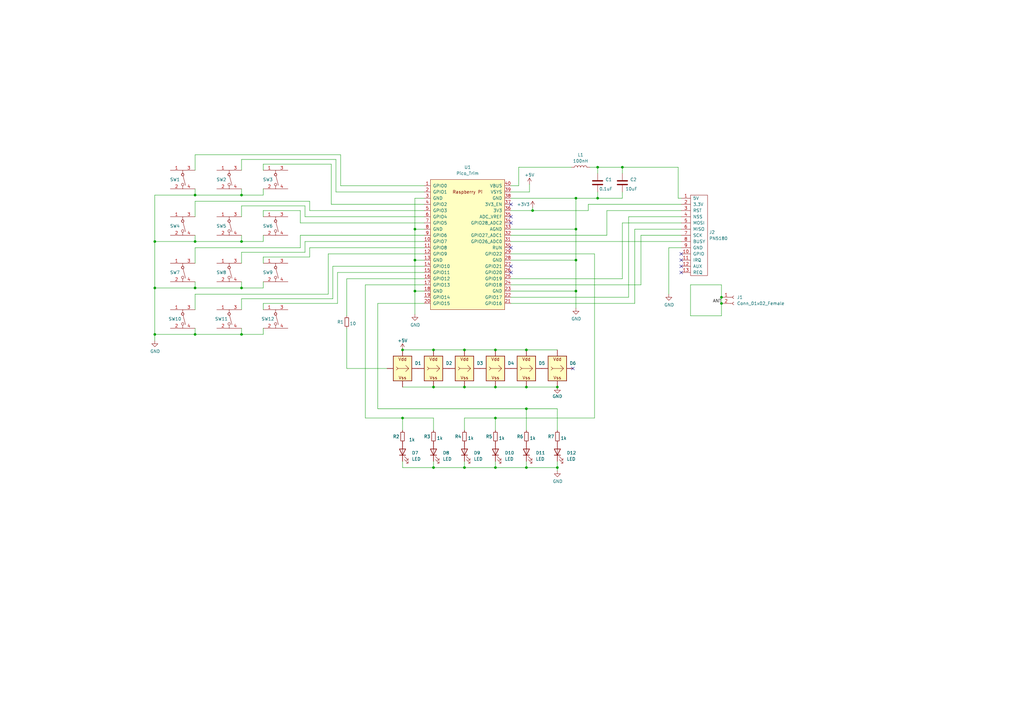
<source format=kicad_sch>
(kicad_sch (version 20230121) (generator eeschema)

  (uuid 2e3f5573-c264-4a8b-a2f0-0e6473d39aad)

  (paper "A3")

  (lib_symbols
    (symbol "Connector:Conn_01x02_Female" (pin_names (offset 1.016) hide) (in_bom yes) (on_board yes)
      (property "Reference" "J" (at 0 2.54 0)
        (effects (font (size 1.27 1.27)))
      )
      (property "Value" "Conn_01x02_Female" (at 0 -5.08 0)
        (effects (font (size 1.27 1.27)))
      )
      (property "Footprint" "" (at 0 0 0)
        (effects (font (size 1.27 1.27)) hide)
      )
      (property "Datasheet" "~" (at 0 0 0)
        (effects (font (size 1.27 1.27)) hide)
      )
      (property "ki_keywords" "connector" (at 0 0 0)
        (effects (font (size 1.27 1.27)) hide)
      )
      (property "ki_description" "Generic connector, single row, 01x02, script generated (kicad-library-utils/schlib/autogen/connector/)" (at 0 0 0)
        (effects (font (size 1.27 1.27)) hide)
      )
      (property "ki_fp_filters" "Connector*:*_1x??_*" (at 0 0 0)
        (effects (font (size 1.27 1.27)) hide)
      )
      (symbol "Conn_01x02_Female_1_1"
        (arc (start 0 -2.032) (mid -0.5058 -2.54) (end 0 -3.048)
          (stroke (width 0.1524) (type default))
          (fill (type none))
        )
        (polyline
          (pts
            (xy -1.27 -2.54)
            (xy -0.508 -2.54)
          )
          (stroke (width 0.1524) (type default))
          (fill (type none))
        )
        (polyline
          (pts
            (xy -1.27 0)
            (xy -0.508 0)
          )
          (stroke (width 0.1524) (type default))
          (fill (type none))
        )
        (arc (start 0 0.508) (mid -0.5058 0) (end 0 -0.508)
          (stroke (width 0.1524) (type default))
          (fill (type none))
        )
        (pin passive line (at -5.08 0 0) (length 3.81)
          (name "Pin_1" (effects (font (size 1.27 1.27))))
          (number "1" (effects (font (size 1.27 1.27))))
        )
        (pin passive line (at -5.08 -2.54 0) (length 3.81)
          (name "Pin_2" (effects (font (size 1.27 1.27))))
          (number "2" (effects (font (size 1.27 1.27))))
        )
      )
    )
    (symbol "Device:C" (pin_numbers hide) (pin_names (offset 0.254)) (in_bom yes) (on_board yes)
      (property "Reference" "C" (at 0.635 2.54 0)
        (effects (font (size 1.27 1.27)) (justify left))
      )
      (property "Value" "C" (at 0.635 -2.54 0)
        (effects (font (size 1.27 1.27)) (justify left))
      )
      (property "Footprint" "" (at 0.9652 -3.81 0)
        (effects (font (size 1.27 1.27)) hide)
      )
      (property "Datasheet" "~" (at 0 0 0)
        (effects (font (size 1.27 1.27)) hide)
      )
      (property "ki_keywords" "cap capacitor" (at 0 0 0)
        (effects (font (size 1.27 1.27)) hide)
      )
      (property "ki_description" "Unpolarized capacitor" (at 0 0 0)
        (effects (font (size 1.27 1.27)) hide)
      )
      (property "ki_fp_filters" "C_*" (at 0 0 0)
        (effects (font (size 1.27 1.27)) hide)
      )
      (symbol "C_0_1"
        (polyline
          (pts
            (xy -2.032 -0.762)
            (xy 2.032 -0.762)
          )
          (stroke (width 0.508) (type default))
          (fill (type none))
        )
        (polyline
          (pts
            (xy -2.032 0.762)
            (xy 2.032 0.762)
          )
          (stroke (width 0.508) (type default))
          (fill (type none))
        )
      )
      (symbol "C_1_1"
        (pin passive line (at 0 3.81 270) (length 2.794)
          (name "~" (effects (font (size 1.27 1.27))))
          (number "1" (effects (font (size 1.27 1.27))))
        )
        (pin passive line (at 0 -3.81 90) (length 2.794)
          (name "~" (effects (font (size 1.27 1.27))))
          (number "2" (effects (font (size 1.27 1.27))))
        )
      )
    )
    (symbol "Device:L" (pin_numbers hide) (pin_names (offset 1.016) hide) (in_bom yes) (on_board yes)
      (property "Reference" "L" (at -1.27 0 90)
        (effects (font (size 1.27 1.27)))
      )
      (property "Value" "L" (at 1.905 0 90)
        (effects (font (size 1.27 1.27)))
      )
      (property "Footprint" "" (at 0 0 0)
        (effects (font (size 1.27 1.27)) hide)
      )
      (property "Datasheet" "~" (at 0 0 0)
        (effects (font (size 1.27 1.27)) hide)
      )
      (property "ki_keywords" "inductor choke coil reactor magnetic" (at 0 0 0)
        (effects (font (size 1.27 1.27)) hide)
      )
      (property "ki_description" "Inductor" (at 0 0 0)
        (effects (font (size 1.27 1.27)) hide)
      )
      (property "ki_fp_filters" "Choke_* *Coil* Inductor_* L_*" (at 0 0 0)
        (effects (font (size 1.27 1.27)) hide)
      )
      (symbol "L_0_1"
        (arc (start 0 -2.54) (mid 0.6323 -1.905) (end 0 -1.27)
          (stroke (width 0) (type default))
          (fill (type none))
        )
        (arc (start 0 -1.27) (mid 0.6323 -0.635) (end 0 0)
          (stroke (width 0) (type default))
          (fill (type none))
        )
        (arc (start 0 0) (mid 0.6323 0.635) (end 0 1.27)
          (stroke (width 0) (type default))
          (fill (type none))
        )
        (arc (start 0 1.27) (mid 0.6323 1.905) (end 0 2.54)
          (stroke (width 0) (type default))
          (fill (type none))
        )
      )
      (symbol "L_1_1"
        (pin passive line (at 0 3.81 270) (length 1.27)
          (name "1" (effects (font (size 1.27 1.27))))
          (number "1" (effects (font (size 1.27 1.27))))
        )
        (pin passive line (at 0 -3.81 90) (length 1.27)
          (name "2" (effects (font (size 1.27 1.27))))
          (number "2" (effects (font (size 1.27 1.27))))
        )
      )
    )
    (symbol "Device:LED" (pin_numbers hide) (pin_names (offset 1.016) hide) (in_bom yes) (on_board yes)
      (property "Reference" "D" (at 0 2.54 0)
        (effects (font (size 1.27 1.27)))
      )
      (property "Value" "LED" (at 0 -2.54 0)
        (effects (font (size 1.27 1.27)))
      )
      (property "Footprint" "" (at 0 0 0)
        (effects (font (size 1.27 1.27)) hide)
      )
      (property "Datasheet" "~" (at 0 0 0)
        (effects (font (size 1.27 1.27)) hide)
      )
      (property "ki_keywords" "LED diode" (at 0 0 0)
        (effects (font (size 1.27 1.27)) hide)
      )
      (property "ki_description" "Light emitting diode" (at 0 0 0)
        (effects (font (size 1.27 1.27)) hide)
      )
      (property "ki_fp_filters" "LED* LED_SMD:* LED_THT:*" (at 0 0 0)
        (effects (font (size 1.27 1.27)) hide)
      )
      (symbol "LED_0_1"
        (polyline
          (pts
            (xy -1.27 -1.27)
            (xy -1.27 1.27)
          )
          (stroke (width 0.254) (type default))
          (fill (type none))
        )
        (polyline
          (pts
            (xy -1.27 0)
            (xy 1.27 0)
          )
          (stroke (width 0) (type default))
          (fill (type none))
        )
        (polyline
          (pts
            (xy 1.27 -1.27)
            (xy 1.27 1.27)
            (xy -1.27 0)
            (xy 1.27 -1.27)
          )
          (stroke (width 0.254) (type default))
          (fill (type none))
        )
        (polyline
          (pts
            (xy -3.048 -0.762)
            (xy -4.572 -2.286)
            (xy -3.81 -2.286)
            (xy -4.572 -2.286)
            (xy -4.572 -1.524)
          )
          (stroke (width 0) (type default))
          (fill (type none))
        )
        (polyline
          (pts
            (xy -1.778 -0.762)
            (xy -3.302 -2.286)
            (xy -2.54 -2.286)
            (xy -3.302 -2.286)
            (xy -3.302 -1.524)
          )
          (stroke (width 0) (type default))
          (fill (type none))
        )
      )
      (symbol "LED_1_1"
        (pin passive line (at -3.81 0 0) (length 2.54)
          (name "K" (effects (font (size 1.27 1.27))))
          (number "1" (effects (font (size 1.27 1.27))))
        )
        (pin passive line (at 3.81 0 180) (length 2.54)
          (name "A" (effects (font (size 1.27 1.27))))
          (number "2" (effects (font (size 1.27 1.27))))
        )
      )
    )
    (symbol "Device:R_Small" (pin_numbers hide) (pin_names (offset 0.254) hide) (in_bom yes) (on_board yes)
      (property "Reference" "R" (at 0.762 0.508 0)
        (effects (font (size 1.27 1.27)) (justify left))
      )
      (property "Value" "R_Small" (at 0.762 -1.016 0)
        (effects (font (size 1.27 1.27)) (justify left))
      )
      (property "Footprint" "" (at 0 0 0)
        (effects (font (size 1.27 1.27)) hide)
      )
      (property "Datasheet" "~" (at 0 0 0)
        (effects (font (size 1.27 1.27)) hide)
      )
      (property "ki_keywords" "R resistor" (at 0 0 0)
        (effects (font (size 1.27 1.27)) hide)
      )
      (property "ki_description" "Resistor, small symbol" (at 0 0 0)
        (effects (font (size 1.27 1.27)) hide)
      )
      (property "ki_fp_filters" "R_*" (at 0 0 0)
        (effects (font (size 1.27 1.27)) hide)
      )
      (symbol "R_Small_0_1"
        (rectangle (start -0.762 1.778) (end 0.762 -1.778)
          (stroke (width 0.2032) (type default))
          (fill (type none))
        )
      )
      (symbol "R_Small_1_1"
        (pin passive line (at 0 2.54 270) (length 0.762)
          (name "~" (effects (font (size 1.27 1.27))))
          (number "1" (effects (font (size 1.27 1.27))))
        )
        (pin passive line (at 0 -2.54 90) (length 0.762)
          (name "~" (effects (font (size 1.27 1.27))))
          (number "2" (effects (font (size 1.27 1.27))))
        )
      )
    )
    (symbol "aic_pico:PN5180" (pin_names (offset 1.016)) (in_bom yes) (on_board yes)
      (property "Reference" "J" (at 0 17.78 0)
        (effects (font (size 1.27 1.27)))
      )
      (property "Value" "PN5180" (at 0 -18.415 0)
        (effects (font (size 1.27 1.27)))
      )
      (property "Footprint" "aic_pico:pn5180_conn" (at 0 -17.145 0)
        (effects (font (size 1.27 1.27)) hide)
      )
      (property "Datasheet" "" (at 0 0 0)
        (effects (font (size 1.27 1.27)) hide)
      )
      (property "ki_keywords" "connector" (at 0 0 0)
        (effects (font (size 1.27 1.27)) hide)
      )
      (property "ki_description" "Generic connector, single row, 01x13, script generated" (at 0 0 0)
        (effects (font (size 1.27 1.27)) hide)
      )
      (property "ki_fp_filters" "Connector*:*_1x??_*" (at 0 0 0)
        (effects (font (size 1.27 1.27)) hide)
      )
      (symbol "PN5180_1_1"
        (rectangle (start -1.27 16.51) (end 5.715 -16.51)
          (stroke (width 0) (type default))
          (fill (type none))
        )
        (pin power_in line (at -5.08 15.24 0) (length 3.81)
          (name "5V" (effects (font (size 1.27 1.27))))
          (number "1" (effects (font (size 1.27 1.27))))
        )
        (pin bidirectional line (at -5.08 -7.62 0) (length 3.81)
          (name "GPIO" (effects (font (size 1.27 1.27))))
          (number "10" (effects (font (size 1.27 1.27))))
        )
        (pin output line (at -5.08 -10.16 0) (length 3.81)
          (name "IRQ" (effects (font (size 1.27 1.27))))
          (number "11" (effects (font (size 1.27 1.27))))
        )
        (pin bidirectional line (at -5.08 -12.7 0) (length 3.81)
          (name "AUX" (effects (font (size 1.27 1.27))))
          (number "12" (effects (font (size 1.27 1.27))))
        )
        (pin bidirectional line (at -5.08 -15.24 0) (length 3.81)
          (name "REQ" (effects (font (size 1.27 1.27))))
          (number "13" (effects (font (size 1.27 1.27))))
        )
        (pin power_in line (at -5.08 12.7 0) (length 3.81)
          (name "3.3V" (effects (font (size 1.27 1.27))))
          (number "2" (effects (font (size 1.27 1.27))))
        )
        (pin input line (at -5.08 10.16 0) (length 3.81)
          (name "RST" (effects (font (size 1.27 1.27))))
          (number "3" (effects (font (size 1.27 1.27))))
        )
        (pin input line (at -5.08 7.62 0) (length 3.81)
          (name "NSS" (effects (font (size 1.27 1.27))))
          (number "4" (effects (font (size 1.27 1.27))))
        )
        (pin input line (at -5.08 5.08 0) (length 3.81)
          (name "MOSI" (effects (font (size 1.27 1.27))))
          (number "5" (effects (font (size 1.27 1.27))))
        )
        (pin output line (at -5.08 2.54 0) (length 3.81)
          (name "MISO" (effects (font (size 1.27 1.27))))
          (number "6" (effects (font (size 1.27 1.27))))
        )
        (pin input line (at -5.08 0 0) (length 3.81)
          (name "SCK" (effects (font (size 1.27 1.27))))
          (number "7" (effects (font (size 1.27 1.27))))
        )
        (pin output line (at -5.08 -2.54 0) (length 3.81)
          (name "BUSY" (effects (font (size 1.27 1.27))))
          (number "8" (effects (font (size 1.27 1.27))))
        )
        (pin power_in line (at -5.08 -5.08 0) (length 3.81)
          (name "GND" (effects (font (size 1.27 1.27))))
          (number "9" (effects (font (size 1.27 1.27))))
        )
      )
    )
    (symbol "aic_pico:Pico_Trim" (pin_names (offset 1.016)) (in_bom yes) (on_board yes)
      (property "Reference" "U" (at -13.97 27.94 0)
        (effects (font (size 1.27 1.27)))
      )
      (property "Value" "Pico_Trim" (at 0 19.05 0)
        (effects (font (size 1.27 1.27)))
      )
      (property "Footprint" "aic_pico:RPi_Pico_SMD_No_USB" (at 0 0 90)
        (effects (font (size 1.27 1.27)) hide)
      )
      (property "Datasheet" "" (at 0 0 0)
        (effects (font (size 1.27 1.27)) hide)
      )
      (symbol "Pico_Trim_0_0"
        (text "Raspberry Pi" (at 0 21.59 0)
          (effects (font (size 1.27 1.27)))
        )
      )
      (symbol "Pico_Trim_0_1"
        (rectangle (start -15.24 26.67) (end 15.24 -26.67)
          (stroke (width 0) (type default))
          (fill (type background))
        )
      )
      (symbol "Pico_Trim_1_1"
        (pin bidirectional line (at -17.78 24.13 0) (length 2.54)
          (name "GPIO0" (effects (font (size 1.27 1.27))))
          (number "1" (effects (font (size 1.27 1.27))))
        )
        (pin bidirectional line (at -17.78 1.27 0) (length 2.54)
          (name "GPIO7" (effects (font (size 1.27 1.27))))
          (number "10" (effects (font (size 1.27 1.27))))
        )
        (pin bidirectional line (at -17.78 -1.27 0) (length 2.54)
          (name "GPIO8" (effects (font (size 1.27 1.27))))
          (number "11" (effects (font (size 1.27 1.27))))
        )
        (pin bidirectional line (at -17.78 -3.81 0) (length 2.54)
          (name "GPIO9" (effects (font (size 1.27 1.27))))
          (number "12" (effects (font (size 1.27 1.27))))
        )
        (pin power_in line (at -17.78 -6.35 0) (length 2.54)
          (name "GND" (effects (font (size 1.27 1.27))))
          (number "13" (effects (font (size 1.27 1.27))))
        )
        (pin bidirectional line (at -17.78 -8.89 0) (length 2.54)
          (name "GPIO10" (effects (font (size 1.27 1.27))))
          (number "14" (effects (font (size 1.27 1.27))))
        )
        (pin bidirectional line (at -17.78 -11.43 0) (length 2.54)
          (name "GPIO11" (effects (font (size 1.27 1.27))))
          (number "15" (effects (font (size 1.27 1.27))))
        )
        (pin bidirectional line (at -17.78 -13.97 0) (length 2.54)
          (name "GPIO12" (effects (font (size 1.27 1.27))))
          (number "16" (effects (font (size 1.27 1.27))))
        )
        (pin bidirectional line (at -17.78 -16.51 0) (length 2.54)
          (name "GPIO13" (effects (font (size 1.27 1.27))))
          (number "17" (effects (font (size 1.27 1.27))))
        )
        (pin power_in line (at -17.78 -19.05 0) (length 2.54)
          (name "GND" (effects (font (size 1.27 1.27))))
          (number "18" (effects (font (size 1.27 1.27))))
        )
        (pin bidirectional line (at -17.78 -21.59 0) (length 2.54)
          (name "GPIO14" (effects (font (size 1.27 1.27))))
          (number "19" (effects (font (size 1.27 1.27))))
        )
        (pin bidirectional line (at -17.78 21.59 0) (length 2.54)
          (name "GPIO1" (effects (font (size 1.27 1.27))))
          (number "2" (effects (font (size 1.27 1.27))))
        )
        (pin bidirectional line (at -17.78 -24.13 0) (length 2.54)
          (name "GPIO15" (effects (font (size 1.27 1.27))))
          (number "20" (effects (font (size 1.27 1.27))))
        )
        (pin bidirectional line (at 17.78 -24.13 180) (length 2.54)
          (name "GPIO16" (effects (font (size 1.27 1.27))))
          (number "21" (effects (font (size 1.27 1.27))))
        )
        (pin bidirectional line (at 17.78 -21.59 180) (length 2.54)
          (name "GPIO17" (effects (font (size 1.27 1.27))))
          (number "22" (effects (font (size 1.27 1.27))))
        )
        (pin power_in line (at 17.78 -19.05 180) (length 2.54)
          (name "GND" (effects (font (size 1.27 1.27))))
          (number "23" (effects (font (size 1.27 1.27))))
        )
        (pin bidirectional line (at 17.78 -16.51 180) (length 2.54)
          (name "GPIO18" (effects (font (size 1.27 1.27))))
          (number "24" (effects (font (size 1.27 1.27))))
        )
        (pin bidirectional line (at 17.78 -13.97 180) (length 2.54)
          (name "GPIO19" (effects (font (size 1.27 1.27))))
          (number "25" (effects (font (size 1.27 1.27))))
        )
        (pin bidirectional line (at 17.78 -11.43 180) (length 2.54)
          (name "GPIO20" (effects (font (size 1.27 1.27))))
          (number "26" (effects (font (size 1.27 1.27))))
        )
        (pin bidirectional line (at 17.78 -8.89 180) (length 2.54)
          (name "GPIO21" (effects (font (size 1.27 1.27))))
          (number "27" (effects (font (size 1.27 1.27))))
        )
        (pin power_in line (at 17.78 -6.35 180) (length 2.54)
          (name "GND" (effects (font (size 1.27 1.27))))
          (number "28" (effects (font (size 1.27 1.27))))
        )
        (pin bidirectional line (at 17.78 -3.81 180) (length 2.54)
          (name "GPIO22" (effects (font (size 1.27 1.27))))
          (number "29" (effects (font (size 1.27 1.27))))
        )
        (pin power_in line (at -17.78 19.05 0) (length 2.54)
          (name "GND" (effects (font (size 1.27 1.27))))
          (number "3" (effects (font (size 1.27 1.27))))
        )
        (pin input line (at 17.78 -1.27 180) (length 2.54)
          (name "RUN" (effects (font (size 1.27 1.27))))
          (number "30" (effects (font (size 1.27 1.27))))
        )
        (pin bidirectional line (at 17.78 1.27 180) (length 2.54)
          (name "GPIO26_ADC0" (effects (font (size 1.27 1.27))))
          (number "31" (effects (font (size 1.27 1.27))))
        )
        (pin bidirectional line (at 17.78 3.81 180) (length 2.54)
          (name "GPIO27_ADC1" (effects (font (size 1.27 1.27))))
          (number "32" (effects (font (size 1.27 1.27))))
        )
        (pin power_in line (at 17.78 6.35 180) (length 2.54)
          (name "AGND" (effects (font (size 1.27 1.27))))
          (number "33" (effects (font (size 1.27 1.27))))
        )
        (pin bidirectional line (at 17.78 8.89 180) (length 2.54)
          (name "GPIO28_ADC2" (effects (font (size 1.27 1.27))))
          (number "34" (effects (font (size 1.27 1.27))))
        )
        (pin unspecified line (at 17.78 11.43 180) (length 2.54)
          (name "ADC_VREF" (effects (font (size 1.27 1.27))))
          (number "35" (effects (font (size 1.27 1.27))))
        )
        (pin unspecified line (at 17.78 13.97 180) (length 2.54)
          (name "3V3" (effects (font (size 1.27 1.27))))
          (number "36" (effects (font (size 1.27 1.27))))
        )
        (pin input line (at 17.78 16.51 180) (length 2.54)
          (name "3V3_EN" (effects (font (size 1.27 1.27))))
          (number "37" (effects (font (size 1.27 1.27))))
        )
        (pin bidirectional line (at 17.78 19.05 180) (length 2.54)
          (name "GND" (effects (font (size 1.27 1.27))))
          (number "38" (effects (font (size 1.27 1.27))))
        )
        (pin unspecified line (at 17.78 21.59 180) (length 2.54)
          (name "VSYS" (effects (font (size 1.27 1.27))))
          (number "39" (effects (font (size 1.27 1.27))))
        )
        (pin bidirectional line (at -17.78 16.51 0) (length 2.54)
          (name "GPIO2" (effects (font (size 1.27 1.27))))
          (number "4" (effects (font (size 1.27 1.27))))
        )
        (pin unspecified line (at 17.78 24.13 180) (length 2.54)
          (name "VBUS" (effects (font (size 1.27 1.27))))
          (number "40" (effects (font (size 1.27 1.27))))
        )
        (pin bidirectional line (at -17.78 13.97 0) (length 2.54)
          (name "GPIO3" (effects (font (size 1.27 1.27))))
          (number "5" (effects (font (size 1.27 1.27))))
        )
        (pin bidirectional line (at -17.78 11.43 0) (length 2.54)
          (name "GPIO4" (effects (font (size 1.27 1.27))))
          (number "6" (effects (font (size 1.27 1.27))))
        )
        (pin bidirectional line (at -17.78 8.89 0) (length 2.54)
          (name "GPIO5" (effects (font (size 1.27 1.27))))
          (number "7" (effects (font (size 1.27 1.27))))
        )
        (pin power_in line (at -17.78 6.35 0) (length 2.54)
          (name "GND" (effects (font (size 1.27 1.27))))
          (number "8" (effects (font (size 1.27 1.27))))
        )
        (pin bidirectional line (at -17.78 3.81 0) (length 2.54)
          (name "GPIO6" (effects (font (size 1.27 1.27))))
          (number "9" (effects (font (size 1.27 1.27))))
        )
      )
    )
    (symbol "aic_pico:SKRR_4pin" (pin_names (offset 0) hide) (in_bom yes) (on_board yes)
      (property "Reference" "SW?" (at -0.635 -7.62 0)
        (effects (font (size 1.27 1.27)))
      )
      (property "Value" "SKRR_4pin" (at -0.635 6.35 0)
        (effects (font (size 1.27 1.27)) hide)
      )
      (property "Footprint" "" (at 15.24 -1.905 90)
        (effects (font (size 1.27 1.27)) hide)
      )
      (property "Datasheet" "" (at 0 0 90)
        (effects (font (size 1.27 1.27)) hide)
      )
      (property "LCSC" "" (at 0 0 0)
        (effects (font (size 1.27 1.27)) hide)
      )
      (property "ki_keywords" "dip switch" (at 0 0 0)
        (effects (font (size 1.27 1.27)) hide)
      )
      (property "ki_description" "1x DIP Switch, Single Pole Single Throw (SPST) switch, small symbol" (at 0 0 0)
        (effects (font (size 1.27 1.27)) hide)
      )
      (property "ki_fp_filters" "SW?DIP?x1*" (at 0 0 0)
        (effects (font (size 1.27 1.27)) hide)
      )
      (symbol "SKRR_4pin_0_0"
        (circle (center 0 -2.032) (radius 0.508)
          (stroke (width 0) (type default))
          (fill (type none))
        )
        (polyline
          (pts
            (xy 0.127 1.524)
            (xy 1.1684 -2.3622)
          )
          (stroke (width 0) (type default))
          (fill (type none))
        )
        (circle (center 0 2.032) (radius 0.508)
          (stroke (width 0) (type default))
          (fill (type none))
        )
        (circle (center 0 2.032) (radius 0.508)
          (stroke (width 0) (type default))
          (fill (type none))
        )
      )
      (symbol "SKRR_4pin_0_1"
        (polyline
          (pts
            (xy 0 -2.54)
            (xy 0 -3.81)
          )
          (stroke (width 0) (type default))
          (fill (type none))
        )
        (polyline
          (pts
            (xy 0 3.81)
            (xy 0 2.54)
          )
          (stroke (width 0) (type default))
          (fill (type none))
        )
      )
      (symbol "SKRR_4pin_1_1"
        (pin passive line (at -5.08 3.81 0) (length 5.08)
          (name "~" (effects (font (size 1.27 1.27))))
          (number "1" (effects (font (size 1.27 1.27))))
        )
        (pin passive line (at -5.08 -3.81 0) (length 5.08)
          (name "~" (effects (font (size 1.27 1.27))))
          (number "2" (effects (font (size 1.27 1.27))))
        )
        (pin passive line (at 5.08 3.81 180) (length 5.08)
          (name "~" (effects (font (size 1.27 1.27))))
          (number "3" (effects (font (size 1.27 1.27))))
        )
        (pin passive line (at 5.08 -3.81 180) (length 5.08)
          (name "~" (effects (font (size 1.27 1.27))))
          (number "4" (effects (font (size 1.27 1.27))))
        )
      )
    )
    (symbol "aic_pico:WS2812B_Unified" (pin_numbers hide) (pin_names (offset 0.254) hide) (in_bom yes) (on_board yes)
      (property "Reference" "D10" (at 2.54 6.35 0)
        (effects (font (size 1.27 1.27)))
      )
      (property "Value" "WS2812B_Unified" (at 15.24 1.7907 0)
        (effects (font (size 1.27 1.27)) hide)
      )
      (property "Footprint" "iidx_pico:WS2812B-2835" (at 1.27 -7.62 0)
        (effects (font (size 1.27 1.27)) (justify left top) hide)
      )
      (property "Datasheet" "" (at 2.54 -9.525 0)
        (effects (font (size 1.27 1.27)) (justify left top) hide)
      )
      (property "ki_keywords" "RGB LED NeoPixel addressable" (at 0 0 0)
        (effects (font (size 1.27 1.27)) hide)
      )
      (property "ki_description" "RGB LED with integrated controller" (at 0 0 0)
        (effects (font (size 1.27 1.27)) hide)
      )
      (property "ki_fp_filters" "LED*WS2812" (at 0 0 0)
        (effects (font (size 1.27 1.27)) hide)
      )
      (symbol "WS2812B_Unified_0_0"
        (polyline
          (pts
            (xy -1.905 0)
            (xy 2.54 0)
            (xy 1.27 1.27)
          )
          (stroke (width 0) (type default))
          (fill (type none))
        )
        (text "Vdd" (at 0 3.81 0)
          (effects (font (size 1.27 1.27)))
        )
        (text "Vss" (at 0 -3.81 0)
          (effects (font (size 1.27 1.27)))
        )
      )
      (symbol "WS2812B_Unified_0_1"
        (rectangle (start -3.81 5.08) (end 3.81 -5.08)
          (stroke (width 0.254) (type default))
          (fill (type background))
        )
        (polyline
          (pts
            (xy 1.27 -1.27)
            (xy 2.54 0)
          )
          (stroke (width 0) (type default))
          (fill (type none))
        )
        (polyline
          (pts
            (xy -2.54 0.635)
            (xy -1.905 0)
            (xy -2.54 -0.635)
          )
          (stroke (width 0) (type default))
          (fill (type none))
        )
      )
      (symbol "WS2812B_Unified_1_1"
        (pin power_in line (at 0 -7.62 90) (length 2.54)
          (name "VSS" (effects (font (size 1.27 1.27))))
          (number "G" (effects (font (size 1.27 1.27))))
        )
        (pin input line (at -6.35 0 0) (length 2.54)
          (name "In" (effects (font (size 1.27 1.27))))
          (number "I" (effects (font (size 1.27 1.27))))
        )
        (pin output line (at 6.35 0 180) (length 2.54)
          (name "Out" (effects (font (size 1.27 1.27))))
          (number "O" (effects (font (size 1.27 1.27))))
        )
        (pin power_in line (at 0 7.62 270) (length 2.54)
          (name "VDD" (effects (font (size 1.27 1.27))))
          (number "V" (effects (font (size 1.27 1.27))))
        )
      )
    )
    (symbol "power:+3V3" (power) (pin_names (offset 0)) (in_bom yes) (on_board yes)
      (property "Reference" "#PWR" (at 0 -3.81 0)
        (effects (font (size 1.27 1.27)) hide)
      )
      (property "Value" "+3V3" (at 0 3.556 0)
        (effects (font (size 1.27 1.27)))
      )
      (property "Footprint" "" (at 0 0 0)
        (effects (font (size 1.27 1.27)) hide)
      )
      (property "Datasheet" "" (at 0 0 0)
        (effects (font (size 1.27 1.27)) hide)
      )
      (property "ki_keywords" "power-flag" (at 0 0 0)
        (effects (font (size 1.27 1.27)) hide)
      )
      (property "ki_description" "Power symbol creates a global label with name \"+3V3\"" (at 0 0 0)
        (effects (font (size 1.27 1.27)) hide)
      )
      (symbol "+3V3_0_1"
        (polyline
          (pts
            (xy -0.762 1.27)
            (xy 0 2.54)
          )
          (stroke (width 0) (type default))
          (fill (type none))
        )
        (polyline
          (pts
            (xy 0 0)
            (xy 0 2.54)
          )
          (stroke (width 0) (type default))
          (fill (type none))
        )
        (polyline
          (pts
            (xy 0 2.54)
            (xy 0.762 1.27)
          )
          (stroke (width 0) (type default))
          (fill (type none))
        )
      )
      (symbol "+3V3_1_1"
        (pin power_in line (at 0 0 90) (length 0) hide
          (name "+3V3" (effects (font (size 1.27 1.27))))
          (number "1" (effects (font (size 1.27 1.27))))
        )
      )
    )
    (symbol "power:+5V" (power) (pin_names (offset 0)) (in_bom yes) (on_board yes)
      (property "Reference" "#PWR" (at 0 -3.81 0)
        (effects (font (size 1.27 1.27)) hide)
      )
      (property "Value" "+5V" (at 0 3.556 0)
        (effects (font (size 1.27 1.27)))
      )
      (property "Footprint" "" (at 0 0 0)
        (effects (font (size 1.27 1.27)) hide)
      )
      (property "Datasheet" "" (at 0 0 0)
        (effects (font (size 1.27 1.27)) hide)
      )
      (property "ki_keywords" "power-flag" (at 0 0 0)
        (effects (font (size 1.27 1.27)) hide)
      )
      (property "ki_description" "Power symbol creates a global label with name \"+5V\"" (at 0 0 0)
        (effects (font (size 1.27 1.27)) hide)
      )
      (symbol "+5V_0_1"
        (polyline
          (pts
            (xy -0.762 1.27)
            (xy 0 2.54)
          )
          (stroke (width 0) (type default))
          (fill (type none))
        )
        (polyline
          (pts
            (xy 0 0)
            (xy 0 2.54)
          )
          (stroke (width 0) (type default))
          (fill (type none))
        )
        (polyline
          (pts
            (xy 0 2.54)
            (xy 0.762 1.27)
          )
          (stroke (width 0) (type default))
          (fill (type none))
        )
      )
      (symbol "+5V_1_1"
        (pin power_in line (at 0 0 90) (length 0) hide
          (name "+5V" (effects (font (size 1.27 1.27))))
          (number "1" (effects (font (size 1.27 1.27))))
        )
      )
    )
    (symbol "power:GND" (power) (pin_names (offset 0)) (in_bom yes) (on_board yes)
      (property "Reference" "#PWR" (at 0 -6.35 0)
        (effects (font (size 1.27 1.27)) hide)
      )
      (property "Value" "GND" (at 0 -3.81 0)
        (effects (font (size 1.27 1.27)))
      )
      (property "Footprint" "" (at 0 0 0)
        (effects (font (size 1.27 1.27)) hide)
      )
      (property "Datasheet" "" (at 0 0 0)
        (effects (font (size 1.27 1.27)) hide)
      )
      (property "ki_keywords" "power-flag" (at 0 0 0)
        (effects (font (size 1.27 1.27)) hide)
      )
      (property "ki_description" "Power symbol creates a global label with name \"GND\" , ground" (at 0 0 0)
        (effects (font (size 1.27 1.27)) hide)
      )
      (symbol "GND_0_1"
        (polyline
          (pts
            (xy 0 0)
            (xy 0 -1.27)
            (xy 1.27 -1.27)
            (xy 0 -2.54)
            (xy -1.27 -1.27)
            (xy 0 -1.27)
          )
          (stroke (width 0) (type default))
          (fill (type none))
        )
      )
      (symbol "GND_1_1"
        (pin power_in line (at 0 0 270) (length 0) hide
          (name "GND" (effects (font (size 1.27 1.27))))
          (number "1" (effects (font (size 1.27 1.27))))
        )
      )
    )
  )

  (junction (at 80.01 118.11) (diameter 0) (color 0 0 0 0)
    (uuid 09517957-fe4d-4749-a6ab-0b6eeb493a83)
  )
  (junction (at 63.5 118.11) (diameter 0) (color 0 0 0 0)
    (uuid 0e44a8c1-d178-411e-804c-93b29df6c2cb)
  )
  (junction (at 236.22 81.28) (diameter 0) (color 0 0 0 0)
    (uuid 107b1ab0-f5d2-4bca-a1de-cdcff5031b3f)
  )
  (junction (at 177.8 158.75) (diameter 0) (color 0 0 0 0)
    (uuid 1535672b-00bd-4f01-b5f6-6c89487baad7)
  )
  (junction (at 215.9 143.51) (diameter 0) (color 0 0 0 0)
    (uuid 26448785-d6dc-4007-a201-81d140779ec5)
  )
  (junction (at 190.5 143.51) (diameter 0) (color 0 0 0 0)
    (uuid 264684aa-feba-4b81-adea-cb023c8c69d5)
  )
  (junction (at 80.01 137.16) (diameter 0) (color 0 0 0 0)
    (uuid 2bc936c2-3b72-4459-93bb-4730cbf7e9de)
  )
  (junction (at 245.11 68.58) (diameter 0) (color 0 0 0 0)
    (uuid 2fdcc9cc-2068-45b3-b119-2ca4a9c085bc)
  )
  (junction (at 190.5 158.75) (diameter 0) (color 0 0 0 0)
    (uuid 307b47b3-1ef1-480d-8c2d-2ffcb1fdcdc2)
  )
  (junction (at 177.8 143.51) (diameter 0) (color 0 0 0 0)
    (uuid 416e621e-c1e9-4b5a-a420-6c5b2cb432b5)
  )
  (junction (at 215.9 167.64) (diameter 0) (color 0 0 0 0)
    (uuid 45d3524e-4e68-409c-89d9-23aecde301ae)
  )
  (junction (at 203.2 158.75) (diameter 0) (color 0 0 0 0)
    (uuid 4d02e5f1-05e6-4474-a6f7-a3866e145eab)
  )
  (junction (at 165.1 143.51) (diameter 0) (color 0 0 0 0)
    (uuid 5a771f0e-90db-42f5-bbb7-c78542f642aa)
  )
  (junction (at 170.18 119.38) (diameter 0) (color 0 0 0 0)
    (uuid 5da908a0-a166-430f-b8d6-3b2ec8444c35)
  )
  (junction (at 165.1 171.45) (diameter 0) (color 0 0 0 0)
    (uuid 5dc6316b-2d09-4b62-9c2d-9d1b85a24df5)
  )
  (junction (at 63.5 99.06) (diameter 0) (color 0 0 0 0)
    (uuid 68027236-d7dd-4285-a24a-169b89334b59)
  )
  (junction (at 218.44 86.36) (diameter 0) (color 0 0 0 0)
    (uuid 686e90fd-231c-4609-97ac-0d21140c846a)
  )
  (junction (at 228.6 158.75) (diameter 0) (color 0 0 0 0)
    (uuid 716ff7f6-a7b7-4255-80ba-034d7f03f119)
  )
  (junction (at 99.06 99.06) (diameter 0) (color 0 0 0 0)
    (uuid 75b4b736-6251-4cf2-93a4-fd3e6350f1d4)
  )
  (junction (at 80.01 80.01) (diameter 0) (color 0 0 0 0)
    (uuid 76787498-7e58-47a4-ab10-9469ec7a2ebd)
  )
  (junction (at 99.06 118.11) (diameter 0) (color 0 0 0 0)
    (uuid 770c67a8-8e14-4eca-bf4a-d52f3badf6be)
  )
  (junction (at 99.06 137.16) (diameter 0) (color 0 0 0 0)
    (uuid 8f7662f1-7726-4fb8-9b44-cace9d34edcd)
  )
  (junction (at 63.5 137.16) (diameter 0) (color 0 0 0 0)
    (uuid 928abc17-5850-47c8-a2f3-0557f8206421)
  )
  (junction (at 203.2 143.51) (diameter 0) (color 0 0 0 0)
    (uuid 941ccbb3-6ecf-4dfe-9a14-a585de4ff137)
  )
  (junction (at 245.11 81.28) (diameter 0) (color 0 0 0 0)
    (uuid 98ed3037-d7dd-4434-8e32-92023e997856)
  )
  (junction (at 215.9 158.75) (diameter 0) (color 0 0 0 0)
    (uuid 98f45ed8-3359-4049-8b8e-49336e162522)
  )
  (junction (at 215.9 191.77) (diameter 0) (color 0 0 0 0)
    (uuid a1523678-8f80-43e8-b654-43abda604030)
  )
  (junction (at 190.5 191.77) (diameter 0) (color 0 0 0 0)
    (uuid a8117560-8cbf-47d3-987d-be7d25d18e47)
  )
  (junction (at 203.2 191.77) (diameter 0) (color 0 0 0 0)
    (uuid b32561f9-28f4-4307-ab47-be1df219de23)
  )
  (junction (at 170.18 106.68) (diameter 0) (color 0 0 0 0)
    (uuid b6c9967b-f254-4f60-b18f-1bdf657a45ee)
  )
  (junction (at 295.91 121.92) (diameter 0) (color 0 0 0 0)
    (uuid b8b3249a-1330-4dc7-9518-f865d92fefd6)
  )
  (junction (at 203.2 171.45) (diameter 0) (color 0 0 0 0)
    (uuid c7f66034-0ad0-4c27-8a85-3d181fd59d4e)
  )
  (junction (at 170.18 93.98) (diameter 0) (color 0 0 0 0)
    (uuid d1d1050e-598a-46ab-acbe-d4e45528f065)
  )
  (junction (at 99.06 80.01) (diameter 0) (color 0 0 0 0)
    (uuid d2c0fc8b-b2aa-4d8e-adb8-612af88c20b2)
  )
  (junction (at 177.8 191.77) (diameter 0) (color 0 0 0 0)
    (uuid eace4c04-68f2-4313-bf44-fa90d1d753a8)
  )
  (junction (at 236.22 106.68) (diameter 0) (color 0 0 0 0)
    (uuid eb040594-1569-4b81-abeb-13d79c4b83a5)
  )
  (junction (at 236.22 93.98) (diameter 0) (color 0 0 0 0)
    (uuid eb6cccb9-dd9d-439e-b15a-f5c4ad573581)
  )
  (junction (at 228.6 191.77) (diameter 0) (color 0 0 0 0)
    (uuid f1a87dcf-0d01-4f3d-8cb6-54bfe5d07cdd)
  )
  (junction (at 295.91 124.46) (diameter 0) (color 0 0 0 0)
    (uuid f447bbaa-3251-493f-b974-3e55f57bf618)
  )
  (junction (at 236.22 119.38) (diameter 0) (color 0 0 0 0)
    (uuid fb54ca38-cbd4-415f-87ee-b5e4215fbba8)
  )
  (junction (at 255.27 68.58) (diameter 0) (color 0 0 0 0)
    (uuid fc04b151-f929-4346-819a-c67950779e52)
  )
  (junction (at 80.01 99.06) (diameter 0) (color 0 0 0 0)
    (uuid ff976ad6-38b2-45ee-9bc6-bc2bad64b1c7)
  )

  (no_connect (at 279.4 106.68) (uuid 27131769-043e-4002-a458-720fec6bd055))
  (no_connect (at 279.4 109.22) (uuid 40c186fe-de5d-436a-a0b6-db6698290ac0))
  (no_connect (at 209.55 101.6) (uuid 490ed4ff-9da7-4951-bd46-3715875e8850))
  (no_connect (at 209.55 83.82) (uuid 490ed4ff-9da7-4951-bd46-3715875e8856))
  (no_connect (at 209.55 88.9) (uuid 490ed4ff-9da7-4951-bd46-3715875e8858))
  (no_connect (at 209.55 91.44) (uuid 4fd199c4-5de5-42fd-82e8-5266094a993d))
  (no_connect (at 234.95 151.13) (uuid 58ffe2e7-e3e3-49cc-9161-310b712decd8))
  (no_connect (at 209.55 111.76) (uuid 5c2c7e92-ce5e-4593-9504-fd7cfb62932c))
  (no_connect (at 209.55 109.22) (uuid 684397f7-216b-4379-87f0-d93a719841d2))
  (no_connect (at 279.4 104.14) (uuid c7a3d5d7-f91e-4c05-bd6f-4028f4e02b41))
  (no_connect (at 279.4 111.76) (uuid e5f413f5-26df-4ac3-b8cf-44e3c70ef5a9))

  (wire (pts (xy 138.43 111.76) (xy 138.43 124.46))
    (stroke (width 0) (type default))
    (uuid 0082d328-ca12-4b34-a511-5d4d36854f27)
  )
  (wire (pts (xy 99.06 122.555) (xy 99.06 127))
    (stroke (width 0) (type default))
    (uuid 013f2e56-85a7-4a05-97e4-96c438343fa7)
  )
  (wire (pts (xy 241.3 83.82) (xy 279.4 83.82))
    (stroke (width 0) (type default))
    (uuid 017bb6c2-a5a5-45ad-b6a8-016561f67002)
  )
  (wire (pts (xy 262.89 96.52) (xy 279.4 96.52))
    (stroke (width 0) (type default))
    (uuid 05318c79-b84f-4bb3-b72b-3d46db2442ae)
  )
  (wire (pts (xy 134.62 120.65) (xy 80.01 120.65))
    (stroke (width 0) (type default))
    (uuid 0566ddf5-334f-4cb9-8334-f8ba385fd18b)
  )
  (wire (pts (xy 209.55 86.36) (xy 218.44 86.36))
    (stroke (width 0) (type default))
    (uuid 05df71de-724c-4632-8c41-7288fe19d044)
  )
  (wire (pts (xy 209.55 114.3) (xy 255.27 114.3))
    (stroke (width 0) (type default))
    (uuid 05ea8712-6b49-4d0e-9c87-baae3b2c0196)
  )
  (wire (pts (xy 255.27 68.58) (xy 278.13 68.58))
    (stroke (width 0) (type default))
    (uuid 0613a9e4-d91a-4d7d-b069-94454ee19840)
  )
  (wire (pts (xy 228.6 189.23) (xy 228.6 191.77))
    (stroke (width 0) (type default))
    (uuid 061b3ba9-367a-4ce0-a934-4859c3283ecb)
  )
  (wire (pts (xy 63.5 80.01) (xy 80.01 80.01))
    (stroke (width 0) (type default))
    (uuid 061bf492-3b01-44c6-96bd-452161ec3b45)
  )
  (wire (pts (xy 170.18 81.28) (xy 170.18 93.98))
    (stroke (width 0) (type default))
    (uuid 061ed33a-c368-4e83-8119-e3222027301e)
  )
  (wire (pts (xy 165.1 191.77) (xy 177.8 191.77))
    (stroke (width 0) (type default))
    (uuid 08abbc7b-9e3c-421d-aa0b-6361a16fc4a4)
  )
  (wire (pts (xy 209.55 119.38) (xy 236.22 119.38))
    (stroke (width 0) (type default))
    (uuid 113a5723-b992-4056-9a1e-c806d23524a5)
  )
  (wire (pts (xy 125.095 103.505) (xy 99.06 103.505))
    (stroke (width 0) (type default))
    (uuid 114283ac-49f3-4cb0-b403-ed0519da9b47)
  )
  (wire (pts (xy 243.84 171.45) (xy 243.84 104.14))
    (stroke (width 0) (type default))
    (uuid 12528e47-ad2a-4aa8-ba58-1189b06bfd1c)
  )
  (wire (pts (xy 203.2 171.45) (xy 203.2 176.53))
    (stroke (width 0) (type default))
    (uuid 14dfea36-77ce-41c9-90f3-68d9e68db4dd)
  )
  (wire (pts (xy 190.5 189.23) (xy 190.5 191.77))
    (stroke (width 0) (type default))
    (uuid 155b7bf5-7e22-433f-b394-ff0884a3864e)
  )
  (wire (pts (xy 165.1 158.75) (xy 177.8 158.75))
    (stroke (width 0) (type default))
    (uuid 1643bb34-f4be-468c-ac34-5f15764e1f05)
  )
  (wire (pts (xy 243.84 104.14) (xy 209.55 104.14))
    (stroke (width 0) (type default))
    (uuid 1af7d51d-cc55-4de8-88cb-96b0fe08b4b0)
  )
  (wire (pts (xy 107.95 134.62) (xy 107.95 137.16))
    (stroke (width 0) (type default))
    (uuid 1bbe4af3-921d-42f7-90b6-15ce74c84818)
  )
  (wire (pts (xy 236.22 81.28) (xy 236.22 93.98))
    (stroke (width 0) (type default))
    (uuid 1d1a95b4-7da5-48cb-ae78-f0d88b02ccc0)
  )
  (wire (pts (xy 99.06 118.11) (xy 80.01 118.11))
    (stroke (width 0) (type default))
    (uuid 1d4b3749-5b7c-41b4-96e5-51a6cb4d958d)
  )
  (wire (pts (xy 245.11 71.12) (xy 245.11 68.58))
    (stroke (width 0) (type default))
    (uuid 20e74273-be72-47cd-b2c1-c7c55d9c8f75)
  )
  (wire (pts (xy 80.01 77.47) (xy 80.01 80.01))
    (stroke (width 0) (type default))
    (uuid 2108e068-227a-4a56-a5e1-d8b1765165df)
  )
  (wire (pts (xy 173.99 101.6) (xy 127 101.6))
    (stroke (width 0) (type default))
    (uuid 22704be7-a21e-4adc-8e58-8a6ece8cdacf)
  )
  (wire (pts (xy 209.55 121.92) (xy 257.81 121.92))
    (stroke (width 0) (type default))
    (uuid 2339d0e9-4574-43e7-874c-cdc78f8b646c)
  )
  (wire (pts (xy 190.5 171.45) (xy 203.2 171.45))
    (stroke (width 0) (type default))
    (uuid 241fb39b-4804-4750-a208-146b04ed6100)
  )
  (wire (pts (xy 283.21 129.54) (xy 295.91 129.54))
    (stroke (width 0) (type default))
    (uuid 28c25ed1-489a-4944-94b7-428474ff5385)
  )
  (wire (pts (xy 173.99 109.22) (xy 136.525 109.22))
    (stroke (width 0) (type default))
    (uuid 2d257943-3192-42cc-ab9d-fe7a446499c3)
  )
  (wire (pts (xy 80.01 82.55) (xy 80.01 88.9))
    (stroke (width 0) (type default))
    (uuid 2fb5a952-f5e7-42ec-883f-d846e9e0f177)
  )
  (wire (pts (xy 274.32 101.6) (xy 274.32 120.65))
    (stroke (width 0) (type default))
    (uuid 30ba055f-bc65-4794-b05e-4cee15b061ca)
  )
  (wire (pts (xy 215.9 167.64) (xy 215.9 176.53))
    (stroke (width 0) (type default))
    (uuid 30e2ace9-399c-43f6-93de-804209bf45e6)
  )
  (wire (pts (xy 107.95 107.95) (xy 107.95 105.41))
    (stroke (width 0) (type default))
    (uuid 3df78ec0-10ce-4c04-bc76-1a0fffb584d3)
  )
  (wire (pts (xy 203.2 191.77) (xy 215.9 191.77))
    (stroke (width 0) (type default))
    (uuid 3e095e55-c856-4621-8e8a-721b0e2368cc)
  )
  (wire (pts (xy 190.5 171.45) (xy 190.5 176.53))
    (stroke (width 0) (type default))
    (uuid 4268fd77-5573-4002-87cd-3f1564b5bdec)
  )
  (wire (pts (xy 218.44 86.36) (xy 241.3 86.36))
    (stroke (width 0) (type default))
    (uuid 45f0c82d-5825-49c9-9601-468b70c04197)
  )
  (wire (pts (xy 215.9 158.75) (xy 228.6 158.75))
    (stroke (width 0) (type default))
    (uuid 461584b2-a586-4891-9042-38ae06fe1099)
  )
  (wire (pts (xy 257.81 121.92) (xy 257.81 88.9))
    (stroke (width 0) (type default))
    (uuid 469c3794-ac25-42c7-b65f-0892a6dd6116)
  )
  (wire (pts (xy 173.99 116.84) (xy 149.86 116.84))
    (stroke (width 0) (type default))
    (uuid 46d40dcd-898a-4b4d-87e7-f0e055b43118)
  )
  (wire (pts (xy 137.795 65.405) (xy 99.06 65.405))
    (stroke (width 0) (type default))
    (uuid 484c8258-117c-4224-92ba-b923cdb9d39d)
  )
  (wire (pts (xy 173.99 83.82) (xy 135.89 83.82))
    (stroke (width 0) (type default))
    (uuid 4957e597-79c9-422e-9fff-0939f8fda7d3)
  )
  (wire (pts (xy 170.18 93.98) (xy 170.18 106.68))
    (stroke (width 0) (type default))
    (uuid 4adcfb4d-7d50-4bc3-bc95-b7a633f31cb9)
  )
  (wire (pts (xy 236.22 119.38) (xy 236.22 126.365))
    (stroke (width 0) (type default))
    (uuid 4b45beb2-f05d-4b62-b428-691ed790546f)
  )
  (wire (pts (xy 123.19 96.52) (xy 123.19 101.6))
    (stroke (width 0) (type default))
    (uuid 4b8577d7-2868-47f2-9beb-9b3b99e7ecdf)
  )
  (wire (pts (xy 257.81 88.9) (xy 279.4 88.9))
    (stroke (width 0) (type default))
    (uuid 50f5f5d9-6d84-46a6-af43-59bd3138aa54)
  )
  (wire (pts (xy 80.01 101.6) (xy 80.01 107.95))
    (stroke (width 0) (type default))
    (uuid 56024fd2-4d44-4706-97a9-85a9f2677a45)
  )
  (wire (pts (xy 135.89 83.82) (xy 135.89 67.31))
    (stroke (width 0) (type default))
    (uuid 56651fd9-a74e-47e0-ab44-63f268f15252)
  )
  (wire (pts (xy 149.86 116.84) (xy 149.86 171.45))
    (stroke (width 0) (type default))
    (uuid 58148567-4cd7-4779-aabd-98d76bdb5f67)
  )
  (wire (pts (xy 190.5 158.75) (xy 203.2 158.75))
    (stroke (width 0) (type default))
    (uuid 592adaf4-bb39-45b5-ae6b-56446b5a3205)
  )
  (wire (pts (xy 125.095 84.455) (xy 99.06 84.455))
    (stroke (width 0) (type default))
    (uuid 594a389c-38c9-4017-808d-21a9330ea029)
  )
  (wire (pts (xy 107.95 77.47) (xy 107.95 80.01))
    (stroke (width 0) (type default))
    (uuid 5c81f7a9-d6ba-47d0-b3fd-6debc76d19b1)
  )
  (wire (pts (xy 173.99 86.36) (xy 127 86.36))
    (stroke (width 0) (type default))
    (uuid 5d045ebd-8446-49e5-b5b6-ed67e36a20be)
  )
  (wire (pts (xy 107.95 96.52) (xy 107.95 99.06))
    (stroke (width 0) (type default))
    (uuid 5e0afd39-37e9-42c1-bd6e-0b3bc2376c66)
  )
  (wire (pts (xy 107.95 137.16) (xy 99.06 137.16))
    (stroke (width 0) (type default))
    (uuid 5e779878-3f87-4aca-83d1-8d5235e2037e)
  )
  (wire (pts (xy 80.01 118.11) (xy 63.5 118.11))
    (stroke (width 0) (type default))
    (uuid 6343ca1f-bfca-474b-b8e8-2f2c9ce231d2)
  )
  (wire (pts (xy 63.5 118.11) (xy 63.5 137.16))
    (stroke (width 0) (type default))
    (uuid 637c9220-1bd3-478b-b318-69fb36c96a0f)
  )
  (wire (pts (xy 125.095 88.9) (xy 125.095 84.455))
    (stroke (width 0) (type default))
    (uuid 65b76c40-098a-4a4c-81c6-50db155ab7f2)
  )
  (wire (pts (xy 123.19 91.44) (xy 123.19 86.36))
    (stroke (width 0) (type default))
    (uuid 685271f0-fb62-495a-8dd8-e9232be939b9)
  )
  (wire (pts (xy 203.2 158.75) (xy 215.9 158.75))
    (stroke (width 0) (type default))
    (uuid 6a29459a-7f95-446b-86f8-87e04e52c0bf)
  )
  (wire (pts (xy 99.06 65.405) (xy 99.06 69.85))
    (stroke (width 0) (type default))
    (uuid 6ac4111c-c6aa-4e16-bf8f-185a7905be88)
  )
  (wire (pts (xy 173.99 91.44) (xy 123.19 91.44))
    (stroke (width 0) (type default))
    (uuid 6c289d35-a423-49e9-abe1-b7a68cee22a7)
  )
  (wire (pts (xy 173.99 104.14) (xy 134.62 104.14))
    (stroke (width 0) (type default))
    (uuid 6c489ac8-bb8c-48b9-82ed-d92071f10399)
  )
  (wire (pts (xy 278.13 81.28) (xy 279.4 81.28))
    (stroke (width 0) (type default))
    (uuid 6c71da04-3283-4cf8-b258-92288e157277)
  )
  (wire (pts (xy 99.06 103.505) (xy 99.06 107.95))
    (stroke (width 0) (type default))
    (uuid 6ce96191-6136-4712-92c8-8b5348265a6b)
  )
  (wire (pts (xy 63.5 99.06) (xy 63.5 118.11))
    (stroke (width 0) (type default))
    (uuid 6e0fe37b-7593-487b-97fa-9e0efb18ef09)
  )
  (wire (pts (xy 215.9 143.51) (xy 228.6 143.51))
    (stroke (width 0) (type default))
    (uuid 723da576-0f4d-4af1-9461-723aa37531d3)
  )
  (wire (pts (xy 165.1 143.51) (xy 177.8 143.51))
    (stroke (width 0) (type default))
    (uuid 727ed2dd-76b9-443f-af2a-8f74d458f268)
  )
  (wire (pts (xy 136.525 109.22) (xy 136.525 122.555))
    (stroke (width 0) (type default))
    (uuid 73037d05-d7a9-4fc6-9a41-7bd09e2ed0c5)
  )
  (wire (pts (xy 99.06 84.455) (xy 99.06 88.9))
    (stroke (width 0) (type default))
    (uuid 731bccc2-f276-4329-842b-f04a2745b2b7)
  )
  (wire (pts (xy 173.99 96.52) (xy 123.19 96.52))
    (stroke (width 0) (type default))
    (uuid 736844d2-ff47-41eb-a30f-c197179bf463)
  )
  (wire (pts (xy 125.095 99.06) (xy 125.095 103.505))
    (stroke (width 0) (type default))
    (uuid 74e98ceb-9c7c-4bfe-be1e-97edd44ee2cc)
  )
  (wire (pts (xy 142.24 114.3) (xy 142.24 129.54))
    (stroke (width 0) (type default))
    (uuid 750f60d3-fdae-4931-bf04-cd21db27f633)
  )
  (wire (pts (xy 99.06 96.52) (xy 99.06 99.06))
    (stroke (width 0) (type default))
    (uuid 78216481-3c58-4845-8133-51952e63f562)
  )
  (wire (pts (xy 107.95 105.41) (xy 127 105.41))
    (stroke (width 0) (type default))
    (uuid 785735b9-7a00-4f1c-b9e2-928f81b0464b)
  )
  (wire (pts (xy 173.99 76.2) (xy 139.7 76.2))
    (stroke (width 0) (type default))
    (uuid 78df4e55-2844-4a48-ab7c-2ae9cb06a0ff)
  )
  (wire (pts (xy 165.1 171.45) (xy 165.1 176.53))
    (stroke (width 0) (type default))
    (uuid 7972844d-c70a-4335-af2e-1f9cb8ff138b)
  )
  (wire (pts (xy 177.8 171.45) (xy 177.8 176.53))
    (stroke (width 0) (type default))
    (uuid 7ef277eb-4f2e-41fb-a365-c826c714200d)
  )
  (wire (pts (xy 173.99 78.74) (xy 137.795 78.74))
    (stroke (width 0) (type default))
    (uuid 7fa22a02-e1b9-43e4-9b4f-3dfadd952b15)
  )
  (wire (pts (xy 107.95 86.36) (xy 123.19 86.36))
    (stroke (width 0) (type default))
    (uuid 7fc5d8f5-c9a5-488c-9d06-2ebe60e382ce)
  )
  (wire (pts (xy 212.725 68.58) (xy 234.315 68.58))
    (stroke (width 0) (type default))
    (uuid 8029645a-545c-450d-861f-78f5b5083d7f)
  )
  (wire (pts (xy 173.99 88.9) (xy 125.095 88.9))
    (stroke (width 0) (type default))
    (uuid 802c52e4-8fee-4106-b3d0-afdbbbcbcded)
  )
  (wire (pts (xy 295.91 121.92) (xy 295.91 124.46))
    (stroke (width 0) (type default))
    (uuid 803be86d-3b36-4689-a158-5e7d7dcb6393)
  )
  (wire (pts (xy 218.44 85.09) (xy 218.44 86.36))
    (stroke (width 0) (type default))
    (uuid 81ea6fd2-ede8-487b-a78a-89b57b2dd1f9)
  )
  (wire (pts (xy 190.5 191.77) (xy 203.2 191.77))
    (stroke (width 0) (type default))
    (uuid 85b321da-a41c-4dbe-afa4-5f70c2c9e0d1)
  )
  (wire (pts (xy 212.725 76.2) (xy 209.55 76.2))
    (stroke (width 0) (type default))
    (uuid 863c7f7a-59cc-4e6c-9583-2974ca955369)
  )
  (wire (pts (xy 80.01 120.65) (xy 80.01 127))
    (stroke (width 0) (type default))
    (uuid 865b05a7-27f0-4a6c-bfeb-31291bcb0424)
  )
  (wire (pts (xy 80.01 99.06) (xy 63.5 99.06))
    (stroke (width 0) (type default))
    (uuid 893a9a8d-b813-4ddf-b75b-b23bd79994a6)
  )
  (wire (pts (xy 80.01 134.62) (xy 80.01 137.16))
    (stroke (width 0) (type default))
    (uuid 89c8ced3-3e80-498b-ad0c-c6e6347c6527)
  )
  (wire (pts (xy 177.8 191.77) (xy 190.5 191.77))
    (stroke (width 0) (type default))
    (uuid 8c1238bb-6986-4654-9413-e8e56c365a6e)
  )
  (wire (pts (xy 177.8 158.75) (xy 190.5 158.75))
    (stroke (width 0) (type default))
    (uuid 8c1cca74-27c1-4650-8b7c-3bb6ced1b091)
  )
  (wire (pts (xy 295.91 129.54) (xy 295.91 124.46))
    (stroke (width 0) (type default))
    (uuid 8d4d113b-1a3e-483c-b751-4e443966fa58)
  )
  (wire (pts (xy 107.95 124.46) (xy 138.43 124.46))
    (stroke (width 0) (type default))
    (uuid 8df42f2f-2062-4531-b868-713f8b82e27a)
  )
  (wire (pts (xy 212.725 76.2) (xy 212.725 68.58))
    (stroke (width 0) (type default))
    (uuid 90bb92ac-f703-4799-934c-3bea3dc3be6a)
  )
  (wire (pts (xy 203.2 189.23) (xy 203.2 191.77))
    (stroke (width 0) (type default))
    (uuid 92252c34-c90a-4ec0-89d8-64bf2e545ad9)
  )
  (wire (pts (xy 279.4 101.6) (xy 274.32 101.6))
    (stroke (width 0) (type default))
    (uuid 9341a03a-f345-4e25-8235-b5643e957b3d)
  )
  (wire (pts (xy 177.8 143.51) (xy 190.5 143.51))
    (stroke (width 0) (type default))
    (uuid 94aa8de4-a27e-4ced-9ddf-1ebe61ba7a69)
  )
  (wire (pts (xy 245.11 78.74) (xy 245.11 81.28))
    (stroke (width 0) (type default))
    (uuid 95d23102-31a5-4318-b5c7-4c41b1373a2b)
  )
  (wire (pts (xy 245.11 81.28) (xy 255.27 81.28))
    (stroke (width 0) (type default))
    (uuid 97dda32f-0e40-4cdc-8072-856091218820)
  )
  (wire (pts (xy 99.06 80.01) (xy 107.95 80.01))
    (stroke (width 0) (type default))
    (uuid 99175ca8-ca23-4f35-939f-55ba4a0ba2c5)
  )
  (wire (pts (xy 165.1 171.45) (xy 177.8 171.45))
    (stroke (width 0) (type default))
    (uuid 9b6c13e6-508a-4c9e-babe-8d4f06d43149)
  )
  (wire (pts (xy 217.17 78.74) (xy 209.55 78.74))
    (stroke (width 0) (type default))
    (uuid 9caa4a44-dd69-4cb8-aa58-d8fd3381072d)
  )
  (wire (pts (xy 127 82.55) (xy 80.01 82.55))
    (stroke (width 0) (type default))
    (uuid 9d32f96f-6867-422d-a261-7d6b0abeef38)
  )
  (wire (pts (xy 107.95 88.9) (xy 107.95 86.36))
    (stroke (width 0) (type default))
    (uuid 9db15c57-6c6c-44c0-ae7c-9da1aeae943d)
  )
  (wire (pts (xy 278.13 68.58) (xy 278.13 81.28))
    (stroke (width 0) (type default))
    (uuid 9e23543b-eff3-4d52-84c1-39d0b1547b89)
  )
  (wire (pts (xy 203.2 171.45) (xy 243.84 171.45))
    (stroke (width 0) (type default))
    (uuid 9e6d4370-70be-4638-ac02-25c7e82227fa)
  )
  (wire (pts (xy 170.18 106.68) (xy 170.18 119.38))
    (stroke (width 0) (type default))
    (uuid 9ea3566c-d6f1-4fa1-9aa0-797ac9eff1ce)
  )
  (wire (pts (xy 107.95 69.85) (xy 107.95 67.31))
    (stroke (width 0) (type default))
    (uuid a2d2d79a-b892-4764-a76e-4ba899feca99)
  )
  (wire (pts (xy 99.06 134.62) (xy 99.06 137.16))
    (stroke (width 0) (type default))
    (uuid aad00869-7cb9-43ad-aa15-94180b43b194)
  )
  (wire (pts (xy 241.3 86.36) (xy 241.3 83.82))
    (stroke (width 0) (type default))
    (uuid aad1746c-5445-45c4-948d-4138f4e4b9eb)
  )
  (wire (pts (xy 173.99 99.06) (xy 125.095 99.06))
    (stroke (width 0) (type default))
    (uuid ac4306e9-df9e-4a08-872e-3716e6f2b4ae)
  )
  (wire (pts (xy 99.06 137.16) (xy 80.01 137.16))
    (stroke (width 0) (type default))
    (uuid ac956fea-60c0-4ad0-ba0e-51163caad296)
  )
  (wire (pts (xy 255.27 114.3) (xy 255.27 91.44))
    (stroke (width 0) (type default))
    (uuid ae126523-3262-472f-b335-7e84b3477cbe)
  )
  (wire (pts (xy 165.1 189.23) (xy 165.1 191.77))
    (stroke (width 0) (type default))
    (uuid b3ecd87e-e674-4625-9556-2a4b66e3bff7)
  )
  (wire (pts (xy 80.01 115.57) (xy 80.01 118.11))
    (stroke (width 0) (type default))
    (uuid b452ae5c-4383-45ae-b612-864c95f0c2cc)
  )
  (wire (pts (xy 295.91 121.92) (xy 295.91 116.84))
    (stroke (width 0) (type default))
    (uuid b51787e2-960d-4502-b744-432f758d3ca7)
  )
  (wire (pts (xy 142.24 134.62) (xy 142.24 151.13))
    (stroke (width 0) (type default))
    (uuid b52ff007-f449-4ecb-99f6-8acecf0fba1c)
  )
  (wire (pts (xy 136.525 122.555) (xy 99.06 122.555))
    (stroke (width 0) (type default))
    (uuid b5972913-c9e7-44a2-8e63-5f64d5197eb7)
  )
  (wire (pts (xy 173.99 114.3) (xy 142.24 114.3))
    (stroke (width 0) (type default))
    (uuid b5bcc1bf-6b3d-480c-b567-2c9a82503523)
  )
  (wire (pts (xy 107.95 67.31) (xy 135.89 67.31))
    (stroke (width 0) (type default))
    (uuid b6f28b88-52ea-48ae-ab10-0e18c1db535e)
  )
  (wire (pts (xy 173.99 81.28) (xy 170.18 81.28))
    (stroke (width 0) (type default))
    (uuid b7897910-88c4-47ed-99ab-0e26390cf0b8)
  )
  (wire (pts (xy 170.18 119.38) (xy 173.99 119.38))
    (stroke (width 0) (type default))
    (uuid b7ad8570-eef9-4c9d-ae61-a1d898146af8)
  )
  (wire (pts (xy 236.22 106.68) (xy 236.22 119.38))
    (stroke (width 0) (type default))
    (uuid b8ddc2d4-b284-4d48-9546-216b3df00ffe)
  )
  (wire (pts (xy 127 86.36) (xy 127 82.55))
    (stroke (width 0) (type default))
    (uuid bcc257e4-c083-426e-bff7-6f17b903f853)
  )
  (wire (pts (xy 127 101.6) (xy 127 105.41))
    (stroke (width 0) (type default))
    (uuid bd74d9e1-3251-4013-93ff-473d203e5e98)
  )
  (wire (pts (xy 177.8 189.23) (xy 177.8 191.77))
    (stroke (width 0) (type default))
    (uuid bef4f357-5521-4863-b0da-ed1e3db24f30)
  )
  (wire (pts (xy 173.99 111.76) (xy 138.43 111.76))
    (stroke (width 0) (type default))
    (uuid c0932cb1-3a2d-4321-b55e-9eea4650cc23)
  )
  (wire (pts (xy 154.94 124.46) (xy 154.94 167.64))
    (stroke (width 0) (type default))
    (uuid c0fb609c-1c22-4017-a032-2596d2df6f38)
  )
  (wire (pts (xy 255.27 91.44) (xy 279.4 91.44))
    (stroke (width 0) (type default))
    (uuid c1391825-34fe-4c00-a3dc-6386c837a968)
  )
  (wire (pts (xy 260.35 93.98) (xy 279.4 93.98))
    (stroke (width 0) (type default))
    (uuid c3d76342-5fb6-4155-932e-f6a5d15d4a99)
  )
  (wire (pts (xy 245.11 68.58) (xy 255.27 68.58))
    (stroke (width 0) (type default))
    (uuid c3d854e5-4492-4308-9336-be704b83daa7)
  )
  (wire (pts (xy 209.55 81.28) (xy 236.22 81.28))
    (stroke (width 0) (type default))
    (uuid c52c8eb1-c93d-450d-8a76-c57a0e8eb778)
  )
  (wire (pts (xy 149.86 171.45) (xy 165.1 171.45))
    (stroke (width 0) (type default))
    (uuid c5861d94-5ef9-4dc9-98d7-5ebead28f979)
  )
  (wire (pts (xy 190.5 143.51) (xy 203.2 143.51))
    (stroke (width 0) (type default))
    (uuid c661c71e-b22a-45bf-8a93-7a12e2762e33)
  )
  (wire (pts (xy 99.06 115.57) (xy 99.06 118.11))
    (stroke (width 0) (type default))
    (uuid c76dd8f7-d02d-42c0-880e-ffbb51803399)
  )
  (wire (pts (xy 209.55 106.68) (xy 236.22 106.68))
    (stroke (width 0) (type default))
    (uuid c8248b2c-8af4-4b76-b0fb-08eb5d103cb7)
  )
  (wire (pts (xy 209.55 124.46) (xy 260.35 124.46))
    (stroke (width 0) (type default))
    (uuid cad4148e-43f1-4ffa-8546-bae7f0bb94c3)
  )
  (wire (pts (xy 260.35 124.46) (xy 260.35 93.98))
    (stroke (width 0) (type default))
    (uuid cc6e0881-e4b4-4ef9-b614-26379d9bc8f7)
  )
  (wire (pts (xy 236.22 93.98) (xy 236.22 106.68))
    (stroke (width 0) (type default))
    (uuid cefeebac-484c-4de5-ba3c-fb862ee6c768)
  )
  (wire (pts (xy 248.92 86.36) (xy 279.4 86.36))
    (stroke (width 0) (type default))
    (uuid d1c6ff6a-a299-4aa0-b601-90d55e55512a)
  )
  (wire (pts (xy 215.9 167.64) (xy 228.6 167.64))
    (stroke (width 0) (type default))
    (uuid d35e13b6-5bef-490c-b2ac-3839c6a08f4a)
  )
  (wire (pts (xy 262.89 116.84) (xy 262.89 96.52))
    (stroke (width 0) (type default))
    (uuid d7c13a81-4bab-4d79-8fbb-dd2ec5f6821f)
  )
  (wire (pts (xy 209.55 93.98) (xy 236.22 93.98))
    (stroke (width 0) (type default))
    (uuid da8ac36b-b1d7-48b0-8e0a-9e0901496d83)
  )
  (wire (pts (xy 139.7 76.2) (xy 139.7 63.5))
    (stroke (width 0) (type default))
    (uuid da8b8413-e8d2-42d7-91ef-53ec890a5005)
  )
  (wire (pts (xy 154.94 167.64) (xy 215.9 167.64))
    (stroke (width 0) (type default))
    (uuid dade57bc-e95f-439e-8107-cfd4601f817f)
  )
  (wire (pts (xy 228.6 191.77) (xy 228.6 193.04))
    (stroke (width 0) (type default))
    (uuid db8dc0ed-93be-4172-ae9f-fa23a7193b86)
  )
  (wire (pts (xy 142.24 151.13) (xy 158.75 151.13))
    (stroke (width 0) (type default))
    (uuid e0820794-9533-443f-a059-23880cdc5fee)
  )
  (wire (pts (xy 63.5 80.01) (xy 63.5 99.06))
    (stroke (width 0) (type default))
    (uuid e1864965-69e2-45af-a891-bbc2c108d204)
  )
  (wire (pts (xy 209.55 116.84) (xy 262.89 116.84))
    (stroke (width 0) (type default))
    (uuid e6437f89-6456-4950-9545-62c1d48bbdce)
  )
  (wire (pts (xy 80.01 63.5) (xy 80.01 69.85))
    (stroke (width 0) (type default))
    (uuid e852de42-c357-42fe-be6b-7cdfd9e86142)
  )
  (wire (pts (xy 209.55 99.06) (xy 279.4 99.06))
    (stroke (width 0) (type default))
    (uuid e9ad95fb-645c-44b3-a167-8f6189fde852)
  )
  (wire (pts (xy 248.92 96.52) (xy 209.55 96.52))
    (stroke (width 0) (type default))
    (uuid ea0d9c95-141c-49bb-a0c3-46d9aad6c413)
  )
  (wire (pts (xy 134.62 104.14) (xy 134.62 120.65))
    (stroke (width 0) (type default))
    (uuid ea80d871-5a7f-4990-8a92-550aae7164e7)
  )
  (wire (pts (xy 173.99 124.46) (xy 154.94 124.46))
    (stroke (width 0) (type default))
    (uuid eade1d3f-215e-4ac5-89b3-ed1158fabe1d)
  )
  (wire (pts (xy 80.01 96.52) (xy 80.01 99.06))
    (stroke (width 0) (type default))
    (uuid ebab066a-226a-49f8-90f9-cf40b1fd742f)
  )
  (wire (pts (xy 107.95 127) (xy 107.95 124.46))
    (stroke (width 0) (type default))
    (uuid ec0a5a33-e480-4d14-8172-37636be58a29)
  )
  (wire (pts (xy 203.2 143.51) (xy 215.9 143.51))
    (stroke (width 0) (type default))
    (uuid ed21bd5c-9316-4642-9f95-9cf5f7a1a935)
  )
  (wire (pts (xy 170.18 93.98) (xy 173.99 93.98))
    (stroke (width 0) (type default))
    (uuid ed32619c-b83c-476a-87bf-34c2c98cd95e)
  )
  (wire (pts (xy 107.95 118.11) (xy 99.06 118.11))
    (stroke (width 0) (type default))
    (uuid eeddcaab-c7ce-46f2-9978-b910c96ef1dd)
  )
  (wire (pts (xy 255.27 81.28) (xy 255.27 78.74))
    (stroke (width 0) (type default))
    (uuid efe11135-a37c-47b0-9c9c-d6e8c7aa5807)
  )
  (wire (pts (xy 248.92 86.36) (xy 248.92 96.52))
    (stroke (width 0) (type default))
    (uuid f273ba96-6571-489d-bf04-5ed71d666a51)
  )
  (wire (pts (xy 80.01 80.01) (xy 99.06 80.01))
    (stroke (width 0) (type default))
    (uuid f348eeb1-8f7b-4f13-9249-2520f0b26ded)
  )
  (wire (pts (xy 228.6 167.64) (xy 228.6 176.53))
    (stroke (width 0) (type default))
    (uuid f35edb3e-5019-481f-903f-b0f8cf3657d0)
  )
  (wire (pts (xy 63.5 137.16) (xy 63.5 139.7))
    (stroke (width 0) (type default))
    (uuid f36b8830-7432-4cdd-b0e5-441bec83248c)
  )
  (wire (pts (xy 215.9 189.23) (xy 215.9 191.77))
    (stroke (width 0) (type default))
    (uuid f44406b8-9bf6-49db-8752-c8f817459918)
  )
  (wire (pts (xy 80.01 137.16) (xy 63.5 137.16))
    (stroke (width 0) (type default))
    (uuid f4f65441-8943-4c3e-b485-489ab89c3ba2)
  )
  (wire (pts (xy 217.17 75.565) (xy 217.17 78.74))
    (stroke (width 0) (type default))
    (uuid f5ca67d5-89f0-4b84-8625-319746f035ba)
  )
  (wire (pts (xy 215.9 191.77) (xy 228.6 191.77))
    (stroke (width 0) (type default))
    (uuid f603e5e3-3f00-42e3-985a-4481e4cdbb73)
  )
  (wire (pts (xy 99.06 99.06) (xy 80.01 99.06))
    (stroke (width 0) (type default))
    (uuid f609c03a-1458-4fc4-804a-6105e1686d1d)
  )
  (wire (pts (xy 107.95 99.06) (xy 99.06 99.06))
    (stroke (width 0) (type default))
    (uuid f686882c-5ee8-472c-bee2-2cf2cfe2cc87)
  )
  (wire (pts (xy 170.18 119.38) (xy 170.18 128.905))
    (stroke (width 0) (type default))
    (uuid f6a3bbc8-8d94-4753-a848-8673d94442ec)
  )
  (wire (pts (xy 170.18 106.68) (xy 173.99 106.68))
    (stroke (width 0) (type default))
    (uuid f79587a1-00d1-4375-b0ed-57d8a4c6818a)
  )
  (wire (pts (xy 295.91 116.84) (xy 283.21 116.84))
    (stroke (width 0) (type default))
    (uuid f8100880-83bb-41b5-8888-8bc1c90aa6ff)
  )
  (wire (pts (xy 139.7 63.5) (xy 80.01 63.5))
    (stroke (width 0) (type default))
    (uuid f86da8b9-955e-4852-8981-8369002d20ef)
  )
  (wire (pts (xy 123.19 101.6) (xy 80.01 101.6))
    (stroke (width 0) (type default))
    (uuid f9d86473-2129-4dd6-b820-509bfee8bff6)
  )
  (wire (pts (xy 255.27 71.12) (xy 255.27 68.58))
    (stroke (width 0) (type default))
    (uuid faef9811-9a83-4c6b-a297-c80f5276aeb1)
  )
  (wire (pts (xy 107.95 115.57) (xy 107.95 118.11))
    (stroke (width 0) (type default))
    (uuid fb9dfcd4-b6c3-486f-abd6-df673efb717b)
  )
  (wire (pts (xy 236.22 81.28) (xy 245.11 81.28))
    (stroke (width 0) (type default))
    (uuid fc3834fb-660b-4d13-b571-ffb85df4e892)
  )
  (wire (pts (xy 99.06 77.47) (xy 99.06 80.01))
    (stroke (width 0) (type default))
    (uuid fd30b724-ac2b-4357-9a65-fe3eef4a3d43)
  )
  (wire (pts (xy 245.11 68.58) (xy 241.935 68.58))
    (stroke (width 0) (type default))
    (uuid feb215bc-63f0-4a60-a4bd-b27b61c05d21)
  )
  (wire (pts (xy 283.21 116.84) (xy 283.21 129.54))
    (stroke (width 0) (type default))
    (uuid ff410e6a-6cf7-4e0a-a645-ce194c3d179e)
  )
  (wire (pts (xy 137.795 78.74) (xy 137.795 65.405))
    (stroke (width 0) (type default))
    (uuid ffe89ed4-dc39-46c0-85c6-4a9acc5adcbe)
  )

  (label "ANT" (at 295.91 124.46 180) (fields_autoplaced)
    (effects (font (size 1.27 1.27)) (justify right bottom))
    (uuid db75764e-6cb2-4216-9895-80996565ea1e)
  )

  (symbol (lib_id "power:+5V") (at 217.17 75.565 0) (unit 1)
    (in_bom yes) (on_board yes) (dnp no)
    (uuid 00000000-0000-0000-0000-000060fad45e)
    (property "Reference" "#PWR0114" (at 217.17 79.375 0)
      (effects (font (size 1.27 1.27)) hide)
    )
    (property "Value" "+5V" (at 217.17 71.755 0)
      (effects (font (size 1.27 1.27)))
    )
    (property "Footprint" "" (at 217.17 75.565 0)
      (effects (font (size 1.27 1.27)) hide)
    )
    (property "Datasheet" "" (at 217.17 75.565 0)
      (effects (font (size 1.27 1.27)) hide)
    )
    (pin "1" (uuid 25f13122-3fda-45b6-ba39-faa2f9934cb5))
    (instances
      (project "aic_pico_pn5180"
        (path "/2e3f5573-c264-4a8b-a2f0-0e6473d39aad"
          (reference "#PWR0114") (unit 1)
        )
      )
    )
  )

  (symbol (lib_id "Device:LED") (at 215.9 185.42 90) (unit 1)
    (in_bom yes) (on_board yes) (dnp no) (fields_autoplaced)
    (uuid 03223614-f806-4ab0-9ba2-7574ee6f779a)
    (property "Reference" "D11" (at 219.71 185.7375 90)
      (effects (font (size 1.27 1.27)) (justify right))
    )
    (property "Value" "LED" (at 219.71 188.2775 90)
      (effects (font (size 1.27 1.27)) (justify right))
    )
    (property "Footprint" "LED_SMD:LED_0603_1608Metric_Pad1.05x0.95mm_HandSolder" (at 215.9 185.42 0)
      (effects (font (size 1.27 1.27)) hide)
    )
    (property "Datasheet" "~" (at 215.9 185.42 0)
      (effects (font (size 1.27 1.27)) hide)
    )
    (pin "1" (uuid 232d7931-5b85-4c91-b25a-fe5379a25365))
    (pin "2" (uuid 89bad635-5ff8-4c93-88af-e7edd7401109))
    (instances
      (project "aic_pico_pn5180"
        (path "/2e3f5573-c264-4a8b-a2f0-0e6473d39aad"
          (reference "D11") (unit 1)
        )
      )
    )
  )

  (symbol (lib_id "aic_pico:SKRR_4pin") (at 93.98 130.81 0) (unit 1)
    (in_bom yes) (on_board yes) (dnp no)
    (uuid 088bd231-7931-4473-ad39-e38aabfe9232)
    (property "Reference" "SW11" (at 90.805 130.81 0)
      (effects (font (size 1.27 1.27)))
    )
    (property "Value" "SKRR_4pin" (at 93.345 124.46 0)
      (effects (font (size 1.27 1.27)) hide)
    )
    (property "Footprint" "aic_pico:SKRR" (at 109.22 132.715 90)
      (effects (font (size 1.27 1.27)) hide)
    )
    (property "Datasheet" "" (at 93.98 130.81 90)
      (effects (font (size 1.27 1.27)) hide)
    )
    (property "LCSC" "" (at 93.98 130.81 0)
      (effects (font (size 1.27 1.27)) hide)
    )
    (pin "1" (uuid ed57026f-aed0-4d59-8131-2f176e7d6a38))
    (pin "2" (uuid 4cfc22b1-c431-4c16-be75-fc7f12730b81))
    (pin "3" (uuid 80d874f1-8be4-48eb-a94a-204662b2efa9))
    (pin "4" (uuid ae5048d0-7b1e-4de6-8af2-abe21ab1813f))
    (instances
      (project "aic_pico_pn5180"
        (path "/2e3f5573-c264-4a8b-a2f0-0e6473d39aad"
          (reference "SW11") (unit 1)
        )
      )
    )
  )

  (symbol (lib_id "aic_pico:WS2812B_Unified") (at 165.1 151.13 0) (unit 1)
    (in_bom yes) (on_board yes) (dnp no) (fields_autoplaced)
    (uuid 1d0f1d8e-d292-41d9-96e8-7b4d90b5de81)
    (property "Reference" "D1" (at 171.45 148.971 0)
      (effects (font (size 1.27 1.27)))
    )
    (property "Value" "WS2812B_Unified" (at 180.34 149.3393 0)
      (effects (font (size 1.27 1.27)) hide)
    )
    (property "Footprint" "aic_pico:WS2812B-1204" (at 166.37 158.75 0)
      (effects (font (size 1.27 1.27)) (justify left top) hide)
    )
    (property "Datasheet" "" (at 167.64 160.655 0)
      (effects (font (size 1.27 1.27)) (justify left top) hide)
    )
    (pin "G" (uuid c54d5f5f-e2ea-4d8f-9ed7-e491aa323395))
    (pin "I" (uuid a29eb635-1f0b-4fc2-a382-0bf9df46239e))
    (pin "O" (uuid db5f9878-d305-4b4e-8cfe-3b36155e63be))
    (pin "V" (uuid ac91f7bd-ad8e-45ae-b6d3-e642d96961f2))
    (instances
      (project "aic_pico_pn5180"
        (path "/2e3f5573-c264-4a8b-a2f0-0e6473d39aad"
          (reference "D1") (unit 1)
        )
      )
    )
  )

  (symbol (lib_id "Device:R_Small") (at 190.5 179.07 180) (unit 1)
    (in_bom yes) (on_board yes) (dnp no)
    (uuid 20b0690f-60c4-4961-8cba-5535cdc1deac)
    (property "Reference" "R4" (at 189.23 179.07 0)
      (effects (font (size 1.27 1.27)) (justify left))
    )
    (property "Value" "1k" (at 194.31 179.705 0)
      (effects (font (size 1.27 1.27)) (justify left))
    )
    (property "Footprint" "Resistor_SMD:R_0603_1608Metric" (at 190.5 179.07 0)
      (effects (font (size 1.27 1.27)) hide)
    )
    (property "Datasheet" "~" (at 190.5 179.07 0)
      (effects (font (size 1.27 1.27)) hide)
    )
    (property "LCSC" "C23186" (at 190.5 179.07 0)
      (effects (font (size 1.27 1.27)) hide)
    )
    (pin "1" (uuid 5a4bcf9a-c99e-4240-9456-f56604030bea))
    (pin "2" (uuid 4b85981b-6a71-4d66-ab55-88e6f9b7dcf0))
    (instances
      (project "aic_pico_pn5180"
        (path "/2e3f5573-c264-4a8b-a2f0-0e6473d39aad"
          (reference "R4") (unit 1)
        )
      )
    )
  )

  (symbol (lib_id "Device:LED") (at 228.6 185.42 90) (unit 1)
    (in_bom yes) (on_board yes) (dnp no) (fields_autoplaced)
    (uuid 226ab182-7807-41b2-890a-87775001245a)
    (property "Reference" "D12" (at 232.41 185.7375 90)
      (effects (font (size 1.27 1.27)) (justify right))
    )
    (property "Value" "LED" (at 232.41 188.2775 90)
      (effects (font (size 1.27 1.27)) (justify right))
    )
    (property "Footprint" "LED_SMD:LED_0603_1608Metric_Pad1.05x0.95mm_HandSolder" (at 228.6 185.42 0)
      (effects (font (size 1.27 1.27)) hide)
    )
    (property "Datasheet" "~" (at 228.6 185.42 0)
      (effects (font (size 1.27 1.27)) hide)
    )
    (pin "1" (uuid b8ab8dfc-c86c-49ce-a76f-476527984e8a))
    (pin "2" (uuid b4cd33c3-b72b-4136-8508-912e2706fa72))
    (instances
      (project "aic_pico_pn5180"
        (path "/2e3f5573-c264-4a8b-a2f0-0e6473d39aad"
          (reference "D12") (unit 1)
        )
      )
    )
  )

  (symbol (lib_id "Device:R_Small") (at 228.6 179.07 180) (unit 1)
    (in_bom yes) (on_board yes) (dnp no)
    (uuid 279e3db3-6e4e-43da-a651-ef59734dd427)
    (property "Reference" "R7" (at 227.33 179.07 0)
      (effects (font (size 1.27 1.27)) (justify left))
    )
    (property "Value" "1k" (at 232.41 179.705 0)
      (effects (font (size 1.27 1.27)) (justify left))
    )
    (property "Footprint" "Resistor_SMD:R_0603_1608Metric" (at 228.6 179.07 0)
      (effects (font (size 1.27 1.27)) hide)
    )
    (property "Datasheet" "~" (at 228.6 179.07 0)
      (effects (font (size 1.27 1.27)) hide)
    )
    (property "LCSC" "C23186" (at 228.6 179.07 0)
      (effects (font (size 1.27 1.27)) hide)
    )
    (pin "1" (uuid 95ba07fb-0b1e-4b37-8524-e21cc808f881))
    (pin "2" (uuid b211907f-43fc-4173-a618-2c2822685132))
    (instances
      (project "aic_pico_pn5180"
        (path "/2e3f5573-c264-4a8b-a2f0-0e6473d39aad"
          (reference "R7") (unit 1)
        )
      )
    )
  )

  (symbol (lib_id "Device:R_Small") (at 142.24 132.08 180) (unit 1)
    (in_bom yes) (on_board yes) (dnp no)
    (uuid 292cdbe5-b008-4a69-a05b-438a6c5489ad)
    (property "Reference" "R1" (at 140.97 132.08 0)
      (effects (font (size 1.27 1.27)) (justify left))
    )
    (property "Value" "10" (at 146.05 132.715 0)
      (effects (font (size 1.27 1.27)) (justify left))
    )
    (property "Footprint" "Resistor_SMD:R_0603_1608Metric" (at 142.24 132.08 0)
      (effects (font (size 1.27 1.27)) hide)
    )
    (property "Datasheet" "~" (at 142.24 132.08 0)
      (effects (font (size 1.27 1.27)) hide)
    )
    (property "LCSC" "C23186" (at 142.24 132.08 0)
      (effects (font (size 1.27 1.27)) hide)
    )
    (pin "1" (uuid 346af028-8cbf-4e12-b454-6260ec49b085))
    (pin "2" (uuid c892c78c-dc90-40f5-a39f-554a07374613))
    (instances
      (project "aic_pico_pn5180"
        (path "/2e3f5573-c264-4a8b-a2f0-0e6473d39aad"
          (reference "R1") (unit 1)
        )
      )
    )
  )

  (symbol (lib_id "power:GND") (at 170.18 128.905 0) (unit 1)
    (in_bom yes) (on_board yes) (dnp no)
    (uuid 2de364fa-fb36-4e96-835b-636b38a87be6)
    (property "Reference" "#PWR0125" (at 170.18 135.255 0)
      (effects (font (size 1.27 1.27)) hide)
    )
    (property "Value" "GND" (at 170.307 133.2992 0)
      (effects (font (size 1.27 1.27)))
    )
    (property "Footprint" "" (at 170.18 128.905 0)
      (effects (font (size 1.27 1.27)) hide)
    )
    (property "Datasheet" "" (at 170.18 128.905 0)
      (effects (font (size 1.27 1.27)) hide)
    )
    (pin "1" (uuid 40a66edf-d6f9-4f02-8244-adb71dcec1f1))
    (instances
      (project "aic_pico_pn5180"
        (path "/2e3f5573-c264-4a8b-a2f0-0e6473d39aad"
          (reference "#PWR0125") (unit 1)
        )
      )
    )
  )

  (symbol (lib_id "power:GND") (at 236.22 126.365 0) (unit 1)
    (in_bom yes) (on_board yes) (dnp no)
    (uuid 2eccbe09-1d76-4834-a4d6-ea03ee11e057)
    (property "Reference" "#PWR0103" (at 236.22 132.715 0)
      (effects (font (size 1.27 1.27)) hide)
    )
    (property "Value" "GND" (at 236.347 130.7592 0)
      (effects (font (size 1.27 1.27)))
    )
    (property "Footprint" "" (at 236.22 126.365 0)
      (effects (font (size 1.27 1.27)) hide)
    )
    (property "Datasheet" "" (at 236.22 126.365 0)
      (effects (font (size 1.27 1.27)) hide)
    )
    (pin "1" (uuid a096ef01-08b2-4c3a-8bcc-006875297a34))
    (instances
      (project "aic_pico_pn5180"
        (path "/2e3f5573-c264-4a8b-a2f0-0e6473d39aad"
          (reference "#PWR0103") (unit 1)
        )
      )
    )
  )

  (symbol (lib_id "aic_pico:SKRR_4pin") (at 93.98 73.66 0) (unit 1)
    (in_bom yes) (on_board yes) (dnp no)
    (uuid 2f26cfb7-a847-4c55-82a5-cb2a1b70492a)
    (property "Reference" "SW2" (at 90.805 73.66 0)
      (effects (font (size 1.27 1.27)))
    )
    (property "Value" "SKRR_4pin" (at 93.345 67.31 0)
      (effects (font (size 1.27 1.27)) hide)
    )
    (property "Footprint" "aic_pico:SKRR" (at 109.22 75.565 90)
      (effects (font (size 1.27 1.27)) hide)
    )
    (property "Datasheet" "" (at 93.98 73.66 90)
      (effects (font (size 1.27 1.27)) hide)
    )
    (property "LCSC" "" (at 93.98 73.66 0)
      (effects (font (size 1.27 1.27)) hide)
    )
    (pin "1" (uuid 218215a3-46a2-4833-8599-a5d1eadf232a))
    (pin "2" (uuid b8de72ab-0783-43ca-9720-9cfc10cd0482))
    (pin "3" (uuid 6c40003c-38ad-47b3-975a-ab74dc47f5bf))
    (pin "4" (uuid 392ecbc8-7087-499d-9b07-543da6c7cd76))
    (instances
      (project "aic_pico_pn5180"
        (path "/2e3f5573-c264-4a8b-a2f0-0e6473d39aad"
          (reference "SW2") (unit 1)
        )
      )
    )
  )

  (symbol (lib_id "aic_pico:SKRR_4pin") (at 74.93 73.66 0) (unit 1)
    (in_bom yes) (on_board yes) (dnp no)
    (uuid 3ad560aa-02d1-4f80-8e3f-835bb8b0df34)
    (property "Reference" "SW1" (at 71.755 73.66 0)
      (effects (font (size 1.27 1.27)))
    )
    (property "Value" "SKRR_4pin" (at 74.295 67.31 0)
      (effects (font (size 1.27 1.27)) hide)
    )
    (property "Footprint" "aic_pico:SKRR" (at 90.17 75.565 90)
      (effects (font (size 1.27 1.27)) hide)
    )
    (property "Datasheet" "" (at 74.93 73.66 90)
      (effects (font (size 1.27 1.27)) hide)
    )
    (property "LCSC" "" (at 74.93 73.66 0)
      (effects (font (size 1.27 1.27)) hide)
    )
    (pin "1" (uuid 3d10119d-4c64-4b1b-bf49-7d7d010dc3c9))
    (pin "2" (uuid 51627e57-695f-4b16-b2ea-25140759bf8b))
    (pin "3" (uuid ecf21464-9c75-4969-888c-bfb4b25b8562))
    (pin "4" (uuid b2408de8-3d60-4ab1-832e-74c4344ed097))
    (instances
      (project "aic_pico_pn5180"
        (path "/2e3f5573-c264-4a8b-a2f0-0e6473d39aad"
          (reference "SW1") (unit 1)
        )
      )
    )
  )

  (symbol (lib_id "aic_pico:SKRR_4pin") (at 93.98 92.71 0) (unit 1)
    (in_bom yes) (on_board yes) (dnp no)
    (uuid 3f6d7ef3-2a66-4279-8d9d-95ce2a7eb72d)
    (property "Reference" "SW5" (at 90.805 92.71 0)
      (effects (font (size 1.27 1.27)))
    )
    (property "Value" "SKRR_4pin" (at 93.345 86.36 0)
      (effects (font (size 1.27 1.27)) hide)
    )
    (property "Footprint" "aic_pico:SKRR" (at 109.22 94.615 90)
      (effects (font (size 1.27 1.27)) hide)
    )
    (property "Datasheet" "" (at 93.98 92.71 90)
      (effects (font (size 1.27 1.27)) hide)
    )
    (property "LCSC" "" (at 93.98 92.71 0)
      (effects (font (size 1.27 1.27)) hide)
    )
    (pin "1" (uuid 74efaa0f-18e7-4917-b72a-ac22c65623e3))
    (pin "2" (uuid 86c576eb-7bcb-4c0b-99e2-67e4c09bcb81))
    (pin "3" (uuid d8d02b57-503a-4329-9d18-ecbc09d80f1e))
    (pin "4" (uuid 6dda8f4d-dcb8-4fd6-839f-a87ffaa71a1e))
    (instances
      (project "aic_pico_pn5180"
        (path "/2e3f5573-c264-4a8b-a2f0-0e6473d39aad"
          (reference "SW5") (unit 1)
        )
      )
    )
  )

  (symbol (lib_id "aic_pico:WS2812B_Unified") (at 190.5 151.13 0) (unit 1)
    (in_bom yes) (on_board yes) (dnp no) (fields_autoplaced)
    (uuid 5125d05b-d6c9-4431-bce0-c5a8bc485c40)
    (property "Reference" "D3" (at 196.85 148.971 0)
      (effects (font (size 1.27 1.27)))
    )
    (property "Value" "WS2812B_Unified" (at 205.74 149.3393 0)
      (effects (font (size 1.27 1.27)) hide)
    )
    (property "Footprint" "aic_pico:WS2812B-1204" (at 191.77 158.75 0)
      (effects (font (size 1.27 1.27)) (justify left top) hide)
    )
    (property "Datasheet" "" (at 193.04 160.655 0)
      (effects (font (size 1.27 1.27)) (justify left top) hide)
    )
    (pin "G" (uuid 238981b2-a22b-4a14-9dcb-e7d18767308a))
    (pin "I" (uuid be1118ca-1290-40d1-9bd6-af32a223c659))
    (pin "O" (uuid f2f56d9e-51c9-4822-96b5-9847d2724016))
    (pin "V" (uuid eedaf03a-e901-440a-992f-37d81cd3e1be))
    (instances
      (project "aic_pico_pn5180"
        (path "/2e3f5573-c264-4a8b-a2f0-0e6473d39aad"
          (reference "D3") (unit 1)
        )
      )
    )
  )

  (symbol (lib_id "aic_pico:SKRR_4pin") (at 74.93 92.71 0) (unit 1)
    (in_bom yes) (on_board yes) (dnp no)
    (uuid 52c036cf-10f5-47b2-94ac-e29eacc1a032)
    (property "Reference" "SW4" (at 71.755 92.71 0)
      (effects (font (size 1.27 1.27)))
    )
    (property "Value" "SKRR_4pin" (at 74.295 86.36 0)
      (effects (font (size 1.27 1.27)) hide)
    )
    (property "Footprint" "aic_pico:SKRR" (at 90.17 94.615 90)
      (effects (font (size 1.27 1.27)) hide)
    )
    (property "Datasheet" "" (at 74.93 92.71 90)
      (effects (font (size 1.27 1.27)) hide)
    )
    (property "LCSC" "" (at 74.93 92.71 0)
      (effects (font (size 1.27 1.27)) hide)
    )
    (pin "1" (uuid 033cd258-852d-4f20-8497-e8def5b25115))
    (pin "2" (uuid ad32127e-8d6c-4f17-92f4-6d37202c7453))
    (pin "3" (uuid 4b11770f-c1d8-4e10-b8f3-e30ec41b79ef))
    (pin "4" (uuid a919321e-a607-495c-b1da-1066fee56626))
    (instances
      (project "aic_pico_pn5180"
        (path "/2e3f5573-c264-4a8b-a2f0-0e6473d39aad"
          (reference "SW4") (unit 1)
        )
      )
    )
  )

  (symbol (lib_id "power:+5V") (at 165.1 143.51 0) (mirror y) (unit 1)
    (in_bom yes) (on_board yes) (dnp no)
    (uuid 5b23fc2e-eec7-4a03-a661-c304350dcb04)
    (property "Reference" "#PWR01" (at 165.1 147.32 0)
      (effects (font (size 1.27 1.27)) hide)
    )
    (property "Value" "+5V" (at 165.1 139.7 0)
      (effects (font (size 1.27 1.27)))
    )
    (property "Footprint" "" (at 165.1 143.51 0)
      (effects (font (size 1.27 1.27)) hide)
    )
    (property "Datasheet" "" (at 165.1 143.51 0)
      (effects (font (size 1.27 1.27)) hide)
    )
    (pin "1" (uuid 7ac0638c-88cb-4c19-8fed-a341dd0fd8b2))
    (instances
      (project "aic_pico_pn5180"
        (path "/2e3f5573-c264-4a8b-a2f0-0e6473d39aad"
          (reference "#PWR01") (unit 1)
        )
      )
    )
  )

  (symbol (lib_id "Device:LED") (at 190.5 185.42 90) (unit 1)
    (in_bom yes) (on_board yes) (dnp no) (fields_autoplaced)
    (uuid 607a0c7c-2c77-4149-90a7-f7016df889b9)
    (property "Reference" "D9" (at 194.31 185.7375 90)
      (effects (font (size 1.27 1.27)) (justify right))
    )
    (property "Value" "LED" (at 194.31 188.2775 90)
      (effects (font (size 1.27 1.27)) (justify right))
    )
    (property "Footprint" "LED_SMD:LED_0603_1608Metric_Pad1.05x0.95mm_HandSolder" (at 190.5 185.42 0)
      (effects (font (size 1.27 1.27)) hide)
    )
    (property "Datasheet" "~" (at 190.5 185.42 0)
      (effects (font (size 1.27 1.27)) hide)
    )
    (pin "1" (uuid f5d9878d-e0c9-4085-9a96-7822a6c54b59))
    (pin "2" (uuid 791ed403-a51a-4a23-a874-7dae176a69c0))
    (instances
      (project "aic_pico_pn5180"
        (path "/2e3f5573-c264-4a8b-a2f0-0e6473d39aad"
          (reference "D9") (unit 1)
        )
      )
    )
  )

  (symbol (lib_id "Device:C") (at 255.27 74.93 0) (unit 1)
    (in_bom yes) (on_board yes) (dnp no)
    (uuid 6233a7a5-00b6-471f-9fdc-0f0f7d3b32c5)
    (property "Reference" "C2" (at 258.445 73.66 0)
      (effects (font (size 1.27 1.27)) (justify left))
    )
    (property "Value" "10uF" (at 256.54 77.47 0)
      (effects (font (size 1.27 1.27)) (justify left))
    )
    (property "Footprint" "Capacitor_SMD:C_0603_1608Metric" (at 256.2352 78.74 0)
      (effects (font (size 1.27 1.27)) hide)
    )
    (property "Datasheet" "~" (at 255.27 74.93 0)
      (effects (font (size 1.27 1.27)) hide)
    )
    (pin "1" (uuid 412b8edc-4d96-4f1d-a8f9-f6b1be30854e))
    (pin "2" (uuid 08e19a52-0d16-4958-b6c8-2adf17305ba6))
    (instances
      (project "aic_pico_pn5180"
        (path "/2e3f5573-c264-4a8b-a2f0-0e6473d39aad"
          (reference "C2") (unit 1)
        )
      )
    )
  )

  (symbol (lib_id "aic_pico:SKRR_4pin") (at 74.93 111.76 0) (unit 1)
    (in_bom yes) (on_board yes) (dnp no)
    (uuid 62d5bf92-62df-4b14-be88-50d5839279ee)
    (property "Reference" "SW7" (at 71.755 111.76 0)
      (effects (font (size 1.27 1.27)))
    )
    (property "Value" "SKRR_4pin" (at 74.295 105.41 0)
      (effects (font (size 1.27 1.27)) hide)
    )
    (property "Footprint" "aic_pico:SKRR" (at 90.17 113.665 90)
      (effects (font (size 1.27 1.27)) hide)
    )
    (property "Datasheet" "" (at 74.93 111.76 90)
      (effects (font (size 1.27 1.27)) hide)
    )
    (property "LCSC" "" (at 74.93 111.76 0)
      (effects (font (size 1.27 1.27)) hide)
    )
    (pin "1" (uuid 1fe64b81-06e0-41ed-9430-9f569e5eb13a))
    (pin "2" (uuid 79fbd7c7-29ad-4cd1-bd98-526564c07275))
    (pin "3" (uuid c4020f91-75da-4fe4-8e63-d14bc5ab7b7c))
    (pin "4" (uuid 5d3468ae-1509-4898-a9df-0606f701eb37))
    (instances
      (project "aic_pico_pn5180"
        (path "/2e3f5573-c264-4a8b-a2f0-0e6473d39aad"
          (reference "SW7") (unit 1)
        )
      )
    )
  )

  (symbol (lib_id "Device:L") (at 238.125 68.58 90) (unit 1)
    (in_bom yes) (on_board yes) (dnp no) (fields_autoplaced)
    (uuid 633c6d74-706e-4305-87a2-cc4fa2b78789)
    (property "Reference" "L1" (at 238.125 63.5 90)
      (effects (font (size 1.27 1.27)))
    )
    (property "Value" "100nH" (at 238.125 66.04 90)
      (effects (font (size 1.27 1.27)))
    )
    (property "Footprint" "Inductor_SMD:L_1206_3216Metric" (at 238.125 68.58 0)
      (effects (font (size 1.27 1.27)) hide)
    )
    (property "Datasheet" "~" (at 238.125 68.58 0)
      (effects (font (size 1.27 1.27)) hide)
    )
    (pin "1" (uuid fc20a535-c5a0-4196-97b2-a8df7e3094ed))
    (pin "2" (uuid 6952e8c6-25f2-4f79-a039-968e72a99fa8))
    (instances
      (project "aic_pico_pn5180"
        (path "/2e3f5573-c264-4a8b-a2f0-0e6473d39aad"
          (reference "L1") (unit 1)
        )
      )
    )
  )

  (symbol (lib_id "aic_pico:PN5180") (at 284.48 96.52 0) (unit 1)
    (in_bom yes) (on_board yes) (dnp no) (fields_autoplaced)
    (uuid 7a270d39-d3dd-4dfb-98d2-2a103e3f877b)
    (property "Reference" "J2" (at 290.83 95.25 0)
      (effects (font (size 1.27 1.27)) (justify left))
    )
    (property "Value" "PN5180" (at 290.83 97.79 0)
      (effects (font (size 1.27 1.27)) (justify left))
    )
    (property "Footprint" "aic_pico:pn5180_conn" (at 284.48 113.665 0)
      (effects (font (size 1.27 1.27)) hide)
    )
    (property "Datasheet" "" (at 284.48 96.52 0)
      (effects (font (size 1.27 1.27)) hide)
    )
    (pin "1" (uuid 9109754d-6019-4cb4-992f-6f9f2454591b))
    (pin "10" (uuid cced665f-2846-4bd0-bd1e-f425d72b37be))
    (pin "11" (uuid 4287ae61-5efd-445f-aad8-a0017aa3f828))
    (pin "12" (uuid d55021ff-eed6-4865-aa9b-2950e19d8b02))
    (pin "13" (uuid 10a7f114-ec59-4d71-a297-54ec38baf56e))
    (pin "2" (uuid 12d13bca-6642-4fcf-95eb-8db65ffe3ee5))
    (pin "3" (uuid c1526b0b-87c1-4621-b682-9452c81e4e41))
    (pin "4" (uuid 04d0f57e-4835-4dbc-ae4a-3dafaff9205d))
    (pin "5" (uuid 859d80d0-9dcd-4bce-9c4d-c550575fabc6))
    (pin "6" (uuid d8edb710-b71a-4c50-85e8-21e4d1d00270))
    (pin "7" (uuid b1718c82-e534-43b1-964c-1d2237516128))
    (pin "8" (uuid 6d5bc3f9-afa1-48cc-bf5c-ede927979246))
    (pin "9" (uuid 1faf5a3c-3d19-41e1-a78b-04b718ecfe18))
    (instances
      (project "aic_pico_pn5180"
        (path "/2e3f5573-c264-4a8b-a2f0-0e6473d39aad"
          (reference "J2") (unit 1)
        )
      )
    )
  )

  (symbol (lib_id "aic_pico:WS2812B_Unified") (at 203.2 151.13 0) (unit 1)
    (in_bom yes) (on_board yes) (dnp no) (fields_autoplaced)
    (uuid 7df49cd1-9dca-4151-8720-068476d118e0)
    (property "Reference" "D4" (at 209.55 148.971 0)
      (effects (font (size 1.27 1.27)))
    )
    (property "Value" "WS2812B_Unified" (at 218.44 149.3393 0)
      (effects (font (size 1.27 1.27)) hide)
    )
    (property "Footprint" "aic_pico:WS2812B-1204" (at 204.47 158.75 0)
      (effects (font (size 1.27 1.27)) (justify left top) hide)
    )
    (property "Datasheet" "" (at 205.74 160.655 0)
      (effects (font (size 1.27 1.27)) (justify left top) hide)
    )
    (pin "G" (uuid bcc75ab5-73d6-4c1c-86da-3f1ef4cfa82a))
    (pin "I" (uuid 5d835031-7dde-477b-8272-3f7665e48514))
    (pin "O" (uuid a5a3e281-8423-4293-8e86-5408bd0661d1))
    (pin "V" (uuid 0d1c8a0b-dd06-43d6-87fe-91d0462998fb))
    (instances
      (project "aic_pico_pn5180"
        (path "/2e3f5573-c264-4a8b-a2f0-0e6473d39aad"
          (reference "D4") (unit 1)
        )
      )
    )
  )

  (symbol (lib_id "aic_pico:SKRR_4pin") (at 93.98 111.76 0) (unit 1)
    (in_bom yes) (on_board yes) (dnp no)
    (uuid 827d392e-93a4-442c-9176-8e34c42a63a6)
    (property "Reference" "SW8" (at 90.805 111.76 0)
      (effects (font (size 1.27 1.27)))
    )
    (property "Value" "SKRR_4pin" (at 93.345 105.41 0)
      (effects (font (size 1.27 1.27)) hide)
    )
    (property "Footprint" "aic_pico:SKRR" (at 109.22 113.665 90)
      (effects (font (size 1.27 1.27)) hide)
    )
    (property "Datasheet" "" (at 93.98 111.76 90)
      (effects (font (size 1.27 1.27)) hide)
    )
    (property "LCSC" "" (at 93.98 111.76 0)
      (effects (font (size 1.27 1.27)) hide)
    )
    (pin "1" (uuid 9ea30033-0aa0-47b3-9684-ab8d561729ae))
    (pin "2" (uuid 9fc6282f-1489-4c40-955c-990272688265))
    (pin "3" (uuid 0d6b9157-c699-4911-9418-654ec372e631))
    (pin "4" (uuid 55da0958-4617-47f6-ac54-89cb301a1311))
    (instances
      (project "aic_pico_pn5180"
        (path "/2e3f5573-c264-4a8b-a2f0-0e6473d39aad"
          (reference "SW8") (unit 1)
        )
      )
    )
  )

  (symbol (lib_id "aic_pico:SKRR_4pin") (at 113.03 73.66 0) (unit 1)
    (in_bom yes) (on_board yes) (dnp no)
    (uuid 84e67bf5-1c80-4229-9a46-b1bd0276a89d)
    (property "Reference" "SW3" (at 109.855 73.66 0)
      (effects (font (size 1.27 1.27)))
    )
    (property "Value" "SKRR_4pin" (at 112.395 67.31 0)
      (effects (font (size 1.27 1.27)) hide)
    )
    (property "Footprint" "aic_pico:SKRR" (at 128.27 75.565 90)
      (effects (font (size 1.27 1.27)) hide)
    )
    (property "Datasheet" "" (at 113.03 73.66 90)
      (effects (font (size 1.27 1.27)) hide)
    )
    (property "LCSC" "" (at 113.03 73.66 0)
      (effects (font (size 1.27 1.27)) hide)
    )
    (pin "1" (uuid 19f2036b-ffad-4552-8560-6ad7f1101786))
    (pin "2" (uuid 69d5db83-8770-4dbc-8354-dd32708a5e80))
    (pin "3" (uuid 6dd47892-122f-4a70-b119-4ed3f4f46b9c))
    (pin "4" (uuid afbe3172-2b94-46e3-a9fb-18399fcfbc51))
    (instances
      (project "aic_pico_pn5180"
        (path "/2e3f5573-c264-4a8b-a2f0-0e6473d39aad"
          (reference "SW3") (unit 1)
        )
      )
    )
  )

  (symbol (lib_id "Device:LED") (at 203.2 185.42 90) (unit 1)
    (in_bom yes) (on_board yes) (dnp no) (fields_autoplaced)
    (uuid 8f6478e2-9b8d-4605-8026-b4594a40f384)
    (property "Reference" "D10" (at 207.01 185.7375 90)
      (effects (font (size 1.27 1.27)) (justify right))
    )
    (property "Value" "LED" (at 207.01 188.2775 90)
      (effects (font (size 1.27 1.27)) (justify right))
    )
    (property "Footprint" "LED_SMD:LED_0603_1608Metric_Pad1.05x0.95mm_HandSolder" (at 203.2 185.42 0)
      (effects (font (size 1.27 1.27)) hide)
    )
    (property "Datasheet" "~" (at 203.2 185.42 0)
      (effects (font (size 1.27 1.27)) hide)
    )
    (pin "1" (uuid cc20cb11-aed2-4836-b0cb-095da33dc3bf))
    (pin "2" (uuid 293c2365-1b4c-4b2c-8acc-6c78486a4ae7))
    (instances
      (project "aic_pico_pn5180"
        (path "/2e3f5573-c264-4a8b-a2f0-0e6473d39aad"
          (reference "D10") (unit 1)
        )
      )
    )
  )

  (symbol (lib_id "aic_pico:Pico_Trim") (at 191.77 100.33 0) (unit 1)
    (in_bom yes) (on_board yes) (dnp no) (fields_autoplaced)
    (uuid 9171247c-4d77-40d1-a90a-efd7747f210b)
    (property "Reference" "U1" (at 191.77 68.58 0)
      (effects (font (size 1.27 1.27)))
    )
    (property "Value" "Pico_Trim" (at 191.77 71.12 0)
      (effects (font (size 1.27 1.27)))
    )
    (property "Footprint" "aic_pico:RPi_Pico_SMD_No_USB" (at 191.77 100.33 90)
      (effects (font (size 1.27 1.27)) hide)
    )
    (property "Datasheet" "" (at 191.77 100.33 0)
      (effects (font (size 1.27 1.27)) hide)
    )
    (pin "1" (uuid 3207a5f9-35a7-4b82-9d32-8fd64f70bf34))
    (pin "10" (uuid c5c3925e-f4d3-4f10-b281-209cddd261bd))
    (pin "11" (uuid ab084ac7-67ff-4eea-a890-888cf5d66505))
    (pin "12" (uuid 74de686f-f64f-463e-b02c-a0544ea1c663))
    (pin "13" (uuid ac62e87c-fc88-4ed5-b88c-9cf0a79c3d6f))
    (pin "14" (uuid 7d9391f1-a000-4a99-8b8c-52323b05985c))
    (pin "15" (uuid bf2e3ef5-0205-4c07-bf6a-225ce78eea60))
    (pin "16" (uuid 45c33a31-a79c-489c-843d-67b96ce811e6))
    (pin "17" (uuid 7f528b36-fad7-4d5d-a3b8-24bb66d5f1df))
    (pin "18" (uuid c35e9509-a542-4324-87d1-ef7436aebbd9))
    (pin "19" (uuid b54d72fe-8375-46f1-a3ff-6478fee66181))
    (pin "2" (uuid e12e7547-f87c-41c8-b275-c9fb151c0c46))
    (pin "20" (uuid 234fd7e7-1188-41e8-8de9-39f9c257f430))
    (pin "21" (uuid d40cb045-85ae-4c48-8ad3-56e20c5135b6))
    (pin "22" (uuid 90130a4b-83a8-4275-8ad5-2a6947095bc5))
    (pin "23" (uuid c959808f-67cd-48d0-9d52-142f18f1b205))
    (pin "24" (uuid db61fd79-81d0-44ab-a195-7069c23fdb50))
    (pin "25" (uuid 011424bd-ff1f-4f3f-94d3-b4975891bd40))
    (pin "26" (uuid 6298e4f7-9ad1-4d62-9677-7536d8a1faf6))
    (pin "27" (uuid a0614d81-294f-40fc-97f7-c9cfd6f4369b))
    (pin "28" (uuid fb8efe29-95ed-4cf1-b9f5-efb481a6c10a))
    (pin "29" (uuid d5cac09f-b16d-45ee-ab5c-9e4c041112ef))
    (pin "3" (uuid 5558284e-2505-4421-8745-2779bbbedcf7))
    (pin "30" (uuid 08128f2d-7f89-4842-bcf3-d137871a89aa))
    (pin "31" (uuid 7aa34c04-4f9d-4bd9-9417-b4ea820c469b))
    (pin "32" (uuid b8c76460-3f6d-41bd-b98f-b7c83dea6e75))
    (pin "33" (uuid 140ea401-8e5e-4cd9-8d6c-8a9bbab7659e))
    (pin "34" (uuid 0afdbb56-d475-4197-94b2-2c513cc319e3))
    (pin "35" (uuid f6eb2a53-bfe7-4a34-85fb-3b355ee55252))
    (pin "36" (uuid 875cd7de-29da-434d-b2a7-c4ab9a88df4b))
    (pin "37" (uuid cfffda28-81d3-4d1e-9b39-ff0e3f75905a))
    (pin "38" (uuid 283c9707-3284-4b8a-8bef-57e23f3efdcf))
    (pin "39" (uuid d429eb42-8315-437c-b032-e00f9a8853d4))
    (pin "4" (uuid c530cd10-818b-4edf-ab77-eb799965e0e1))
    (pin "40" (uuid b943c87d-b118-4557-8c23-86420ac3eb4f))
    (pin "5" (uuid e949ed9f-e9bf-4493-8c76-fc6c9cfb6077))
    (pin "6" (uuid ebe2a4da-6ea9-49a9-be65-38be762b7762))
    (pin "7" (uuid 59914e13-e9f4-47c3-a264-4e3447f38e07))
    (pin "8" (uuid 8d296e3c-b7f7-4146-ac49-95758fb9dcdd))
    (pin "9" (uuid 29a63251-2e01-4b26-a4c2-7cd4cd372f72))
    (instances
      (project "aic_pico_pn5180"
        (path "/2e3f5573-c264-4a8b-a2f0-0e6473d39aad"
          (reference "U1") (unit 1)
        )
      )
    )
  )

  (symbol (lib_id "Device:R_Small") (at 165.1 179.07 180) (unit 1)
    (in_bom yes) (on_board yes) (dnp no)
    (uuid 93183a78-83ea-451a-89c4-442fd1ab9030)
    (property "Reference" "R2" (at 163.83 179.07 0)
      (effects (font (size 1.27 1.27)) (justify left))
    )
    (property "Value" "1k" (at 170.18 180.34 0)
      (effects (font (size 1.27 1.27)) (justify left))
    )
    (property "Footprint" "Resistor_SMD:R_0603_1608Metric" (at 165.1 179.07 0)
      (effects (font (size 1.27 1.27)) hide)
    )
    (property "Datasheet" "~" (at 165.1 179.07 0)
      (effects (font (size 1.27 1.27)) hide)
    )
    (property "LCSC" "C23186" (at 165.1 179.07 0)
      (effects (font (size 1.27 1.27)) hide)
    )
    (pin "1" (uuid a70aed65-5b77-46c9-904e-7ebef9ccb478))
    (pin "2" (uuid 8e0f5191-9d22-4db7-b508-37f2ee7a7113))
    (instances
      (project "aic_pico_pn5180"
        (path "/2e3f5573-c264-4a8b-a2f0-0e6473d39aad"
          (reference "R2") (unit 1)
        )
      )
    )
  )

  (symbol (lib_id "power:GND") (at 274.32 120.65 0) (unit 1)
    (in_bom yes) (on_board yes) (dnp no)
    (uuid 97c335ce-90e6-4962-a2eb-04a57b04327d)
    (property "Reference" "#PWR04" (at 274.32 127 0)
      (effects (font (size 1.27 1.27)) hide)
    )
    (property "Value" "GND" (at 274.447 125.0442 0)
      (effects (font (size 1.27 1.27)))
    )
    (property "Footprint" "" (at 274.32 120.65 0)
      (effects (font (size 1.27 1.27)) hide)
    )
    (property "Datasheet" "" (at 274.32 120.65 0)
      (effects (font (size 1.27 1.27)) hide)
    )
    (pin "1" (uuid b4e9d37b-4c20-4bfd-9419-209e7cddf183))
    (instances
      (project "aic_pico_pn5180"
        (path "/2e3f5573-c264-4a8b-a2f0-0e6473d39aad"
          (reference "#PWR04") (unit 1)
        )
      )
    )
  )

  (symbol (lib_id "Device:C") (at 245.11 74.93 0) (unit 1)
    (in_bom yes) (on_board yes) (dnp no)
    (uuid 9c08837a-3395-4432-a008-67742535e5c7)
    (property "Reference" "C1" (at 248.285 73.66 0)
      (effects (font (size 1.27 1.27)) (justify left))
    )
    (property "Value" "0.1uF" (at 245.745 77.47 0)
      (effects (font (size 1.27 1.27)) (justify left))
    )
    (property "Footprint" "Capacitor_SMD:C_0603_1608Metric" (at 246.0752 78.74 0)
      (effects (font (size 1.27 1.27)) hide)
    )
    (property "Datasheet" "~" (at 245.11 74.93 0)
      (effects (font (size 1.27 1.27)) hide)
    )
    (pin "1" (uuid 5f41b3e5-fc7e-47ab-aa0b-c23f7919921a))
    (pin "2" (uuid bdcf276a-53cc-4013-858c-c4d5d34a3361))
    (instances
      (project "aic_pico_pn5180"
        (path "/2e3f5573-c264-4a8b-a2f0-0e6473d39aad"
          (reference "C1") (unit 1)
        )
      )
    )
  )

  (symbol (lib_id "aic_pico:WS2812B_Unified") (at 228.6 151.13 0) (unit 1)
    (in_bom yes) (on_board yes) (dnp no) (fields_autoplaced)
    (uuid a5ff5ef9-9c3b-4f0b-bd14-95f174c0039a)
    (property "Reference" "D6" (at 234.95 148.971 0)
      (effects (font (size 1.27 1.27)))
    )
    (property "Value" "WS2812B_Unified" (at 243.84 149.3393 0)
      (effects (font (size 1.27 1.27)) hide)
    )
    (property "Footprint" "aic_pico:WS2812B-1204" (at 229.87 158.75 0)
      (effects (font (size 1.27 1.27)) (justify left top) hide)
    )
    (property "Datasheet" "" (at 231.14 160.655 0)
      (effects (font (size 1.27 1.27)) (justify left top) hide)
    )
    (pin "G" (uuid 5f47003e-99b2-452d-b636-a494ada3bac5))
    (pin "I" (uuid 821e8608-12d3-4e46-88bd-411c8d117e8a))
    (pin "O" (uuid e5d03e9d-9e63-46ed-862a-8b4eb565ff82))
    (pin "V" (uuid 6f7bccda-d473-4d1e-861f-2e7ad1a460ec))
    (instances
      (project "aic_pico_pn5180"
        (path "/2e3f5573-c264-4a8b-a2f0-0e6473d39aad"
          (reference "D6") (unit 1)
        )
      )
    )
  )

  (symbol (lib_id "Device:R_Small") (at 215.9 179.07 180) (unit 1)
    (in_bom yes) (on_board yes) (dnp no)
    (uuid ace2950f-0ee2-4727-b4cf-4d91cb766e58)
    (property "Reference" "R6" (at 214.63 179.07 0)
      (effects (font (size 1.27 1.27)) (justify left))
    )
    (property "Value" "1k" (at 219.71 179.705 0)
      (effects (font (size 1.27 1.27)) (justify left))
    )
    (property "Footprint" "Resistor_SMD:R_0603_1608Metric" (at 215.9 179.07 0)
      (effects (font (size 1.27 1.27)) hide)
    )
    (property "Datasheet" "~" (at 215.9 179.07 0)
      (effects (font (size 1.27 1.27)) hide)
    )
    (property "LCSC" "C23186" (at 215.9 179.07 0)
      (effects (font (size 1.27 1.27)) hide)
    )
    (pin "1" (uuid 4163f8c6-b774-4b0d-89ba-eb3d1e4f0af1))
    (pin "2" (uuid 4d17c207-5dc8-4015-81e0-b8575c7306a3))
    (instances
      (project "aic_pico_pn5180"
        (path "/2e3f5573-c264-4a8b-a2f0-0e6473d39aad"
          (reference "R6") (unit 1)
        )
      )
    )
  )

  (symbol (lib_id "Connector:Conn_01x02_Female") (at 300.99 121.92 0) (unit 1)
    (in_bom yes) (on_board yes) (dnp no) (fields_autoplaced)
    (uuid ae29168b-35a1-45f0-b4f8-60a6f7812a97)
    (property "Reference" "J1" (at 302.26 121.9199 0)
      (effects (font (size 1.27 1.27)) (justify left))
    )
    (property "Value" "Conn_01x02_Female" (at 302.26 124.4599 0)
      (effects (font (size 1.27 1.27)) (justify left))
    )
    (property "Footprint" "aic_pico:ANT_2P" (at 300.99 121.92 0)
      (effects (font (size 1.27 1.27)) hide)
    )
    (property "Datasheet" "~" (at 300.99 121.92 0)
      (effects (font (size 1.27 1.27)) hide)
    )
    (pin "1" (uuid cd464a17-11bc-4ced-84ba-d931d6461968))
    (pin "2" (uuid 3fb26551-a8f8-48ba-a2a4-02e6cb236861))
    (instances
      (project "aic_pico_pn5180"
        (path "/2e3f5573-c264-4a8b-a2f0-0e6473d39aad"
          (reference "J1") (unit 1)
        )
      )
    )
  )

  (symbol (lib_id "aic_pico:SKRR_4pin") (at 113.03 111.76 0) (unit 1)
    (in_bom yes) (on_board yes) (dnp no)
    (uuid b4bd24f8-f277-4a8f-b8f8-a5da0668f51b)
    (property "Reference" "SW9" (at 109.855 111.76 0)
      (effects (font (size 1.27 1.27)))
    )
    (property "Value" "SKRR_4pin" (at 112.395 105.41 0)
      (effects (font (size 1.27 1.27)) hide)
    )
    (property "Footprint" "aic_pico:SKRR" (at 128.27 113.665 90)
      (effects (font (size 1.27 1.27)) hide)
    )
    (property "Datasheet" "" (at 113.03 111.76 90)
      (effects (font (size 1.27 1.27)) hide)
    )
    (property "LCSC" "" (at 113.03 111.76 0)
      (effects (font (size 1.27 1.27)) hide)
    )
    (pin "1" (uuid fe26eeec-4a7f-420d-95b8-c3c8ef4fe400))
    (pin "2" (uuid 06461572-6b9c-49a7-bb0b-6cbe5a94bcf9))
    (pin "3" (uuid eff90656-6691-4fd6-afb8-a73fcfc501bf))
    (pin "4" (uuid a4cfcbd5-e17a-4ebd-abfb-5fda6ff82987))
    (instances
      (project "aic_pico_pn5180"
        (path "/2e3f5573-c264-4a8b-a2f0-0e6473d39aad"
          (reference "SW9") (unit 1)
        )
      )
    )
  )

  (symbol (lib_id "power:GND") (at 63.5 139.7 0) (unit 1)
    (in_bom yes) (on_board yes) (dnp no)
    (uuid c0b7d907-6313-43a6-b9ba-40c148d0095a)
    (property "Reference" "#PWR0118" (at 63.5 146.05 0)
      (effects (font (size 1.27 1.27)) hide)
    )
    (property "Value" "GND" (at 63.627 144.0942 0)
      (effects (font (size 1.27 1.27)))
    )
    (property "Footprint" "" (at 63.5 139.7 0)
      (effects (font (size 1.27 1.27)) hide)
    )
    (property "Datasheet" "" (at 63.5 139.7 0)
      (effects (font (size 1.27 1.27)) hide)
    )
    (pin "1" (uuid 9233ed56-3825-4da6-8da9-78a6c0a7478a))
    (instances
      (project "aic_pico_pn5180"
        (path "/2e3f5573-c264-4a8b-a2f0-0e6473d39aad"
          (reference "#PWR0118") (unit 1)
        )
      )
    )
  )

  (symbol (lib_id "Device:R_Small") (at 203.2 179.07 180) (unit 1)
    (in_bom yes) (on_board yes) (dnp no)
    (uuid c3344fe7-05f6-4edd-b64f-28d6a0607af8)
    (property "Reference" "R5" (at 201.93 179.07 0)
      (effects (font (size 1.27 1.27)) (justify left))
    )
    (property "Value" "1k" (at 207.01 179.705 0)
      (effects (font (size 1.27 1.27)) (justify left))
    )
    (property "Footprint" "Resistor_SMD:R_0603_1608Metric" (at 203.2 179.07 0)
      (effects (font (size 1.27 1.27)) hide)
    )
    (property "Datasheet" "~" (at 203.2 179.07 0)
      (effects (font (size 1.27 1.27)) hide)
    )
    (property "LCSC" "C23186" (at 203.2 179.07 0)
      (effects (font (size 1.27 1.27)) hide)
    )
    (pin "1" (uuid 74a1b02a-8990-45e9-887f-aebfe5632cce))
    (pin "2" (uuid b726bbf7-691c-4720-82ff-376d21c7cad1))
    (instances
      (project "aic_pico_pn5180"
        (path "/2e3f5573-c264-4a8b-a2f0-0e6473d39aad"
          (reference "R5") (unit 1)
        )
      )
    )
  )

  (symbol (lib_id "power:GND") (at 228.6 158.75 0) (unit 1)
    (in_bom yes) (on_board yes) (dnp no)
    (uuid c3e35a42-049a-4a63-90a4-6cdb2f4dbf7f)
    (property "Reference" "#PWR02" (at 228.6 165.1 0)
      (effects (font (size 1.27 1.27)) hide)
    )
    (property "Value" "GND" (at 228.6 162.56 0)
      (effects (font (size 1.27 1.27)))
    )
    (property "Footprint" "" (at 228.6 158.75 0)
      (effects (font (size 1.27 1.27)) hide)
    )
    (property "Datasheet" "" (at 228.6 158.75 0)
      (effects (font (size 1.27 1.27)) hide)
    )
    (pin "1" (uuid 114a070d-23fc-4d8b-a727-6c8902f798d8))
    (instances
      (project "aic_pico_pn5180"
        (path "/2e3f5573-c264-4a8b-a2f0-0e6473d39aad"
          (reference "#PWR02") (unit 1)
        )
      )
    )
  )

  (symbol (lib_id "aic_pico:SKRR_4pin") (at 113.03 130.81 0) (unit 1)
    (in_bom yes) (on_board yes) (dnp no)
    (uuid c7cb48a0-bd36-464d-9494-80f3b403f34d)
    (property "Reference" "SW12" (at 109.855 130.81 0)
      (effects (font (size 1.27 1.27)))
    )
    (property "Value" "SKRR_4pin" (at 112.395 124.46 0)
      (effects (font (size 1.27 1.27)) hide)
    )
    (property "Footprint" "aic_pico:SKRR" (at 128.27 132.715 90)
      (effects (font (size 1.27 1.27)) hide)
    )
    (property "Datasheet" "" (at 113.03 130.81 90)
      (effects (font (size 1.27 1.27)) hide)
    )
    (property "LCSC" "" (at 113.03 130.81 0)
      (effects (font (size 1.27 1.27)) hide)
    )
    (pin "1" (uuid 11262c59-fd2e-4539-85ec-126c4b6c5863))
    (pin "2" (uuid c3a37cd4-10a6-453e-bc16-8bda09ea06f1))
    (pin "3" (uuid 6c20e15b-7cb1-4e34-9528-a1525260a6c2))
    (pin "4" (uuid c41fd6ff-ba6e-4fbf-a3f4-4199ac8236fc))
    (instances
      (project "aic_pico_pn5180"
        (path "/2e3f5573-c264-4a8b-a2f0-0e6473d39aad"
          (reference "SW12") (unit 1)
        )
      )
    )
  )

  (symbol (lib_id "aic_pico:SKRR_4pin") (at 113.03 92.71 0) (unit 1)
    (in_bom yes) (on_board yes) (dnp no)
    (uuid c84a84a1-4ae2-4530-ab03-9ef693c73827)
    (property "Reference" "SW6" (at 109.855 92.71 0)
      (effects (font (size 1.27 1.27)))
    )
    (property "Value" "SKRR_4pin" (at 112.395 86.36 0)
      (effects (font (size 1.27 1.27)) hide)
    )
    (property "Footprint" "aic_pico:SKRR" (at 128.27 94.615 90)
      (effects (font (size 1.27 1.27)) hide)
    )
    (property "Datasheet" "" (at 113.03 92.71 90)
      (effects (font (size 1.27 1.27)) hide)
    )
    (property "LCSC" "" (at 113.03 92.71 0)
      (effects (font (size 1.27 1.27)) hide)
    )
    (pin "1" (uuid 07b58b16-b7da-4de1-bdf3-05e328df7e84))
    (pin "2" (uuid 40020374-de0f-48ec-80e3-e602df0ddd07))
    (pin "3" (uuid 314b9bd2-dd64-4e86-b6a7-1749c15d75b0))
    (pin "4" (uuid f783910c-6010-4d02-9341-11677e5fb3c6))
    (instances
      (project "aic_pico_pn5180"
        (path "/2e3f5573-c264-4a8b-a2f0-0e6473d39aad"
          (reference "SW6") (unit 1)
        )
      )
    )
  )

  (symbol (lib_id "power:GND") (at 228.6 193.04 0) (unit 1)
    (in_bom yes) (on_board yes) (dnp no)
    (uuid d1861444-77da-4a15-a534-b2a2451c8708)
    (property "Reference" "#PWR03" (at 228.6 199.39 0)
      (effects (font (size 1.27 1.27)) hide)
    )
    (property "Value" "GND" (at 228.727 197.4342 0)
      (effects (font (size 1.27 1.27)))
    )
    (property "Footprint" "" (at 228.6 193.04 0)
      (effects (font (size 1.27 1.27)) hide)
    )
    (property "Datasheet" "" (at 228.6 193.04 0)
      (effects (font (size 1.27 1.27)) hide)
    )
    (pin "1" (uuid fde1a70e-a3c8-47ff-8fdf-e495ddf31105))
    (instances
      (project "aic_pico_pn5180"
        (path "/2e3f5573-c264-4a8b-a2f0-0e6473d39aad"
          (reference "#PWR03") (unit 1)
        )
      )
    )
  )

  (symbol (lib_id "aic_pico:WS2812B_Unified") (at 215.9 151.13 0) (unit 1)
    (in_bom yes) (on_board yes) (dnp no) (fields_autoplaced)
    (uuid d2cf223b-fc76-48c6-a845-60f7f7aa619b)
    (property "Reference" "D5" (at 222.25 148.971 0)
      (effects (font (size 1.27 1.27)))
    )
    (property "Value" "WS2812B_Unified" (at 231.14 149.3393 0)
      (effects (font (size 1.27 1.27)) hide)
    )
    (property "Footprint" "aic_pico:WS2812B-1204" (at 217.17 158.75 0)
      (effects (font (size 1.27 1.27)) (justify left top) hide)
    )
    (property "Datasheet" "" (at 218.44 160.655 0)
      (effects (font (size 1.27 1.27)) (justify left top) hide)
    )
    (pin "G" (uuid 4c8cf82b-8111-4c7b-ad06-cace8c773147))
    (pin "I" (uuid fce7e722-2120-4bbd-b7b6-e6177e7e5af2))
    (pin "O" (uuid ec5764bc-0e12-4adb-9776-036696970400))
    (pin "V" (uuid 4878ca27-b045-4f29-b2e4-1f20bc4930f2))
    (instances
      (project "aic_pico_pn5180"
        (path "/2e3f5573-c264-4a8b-a2f0-0e6473d39aad"
          (reference "D5") (unit 1)
        )
      )
    )
  )

  (symbol (lib_id "Device:LED") (at 177.8 185.42 90) (unit 1)
    (in_bom yes) (on_board yes) (dnp no) (fields_autoplaced)
    (uuid d5346bd0-4ce0-4aee-865a-1cd17f20ddee)
    (property "Reference" "D8" (at 181.61 185.7375 90)
      (effects (font (size 1.27 1.27)) (justify right))
    )
    (property "Value" "LED" (at 181.61 188.2775 90)
      (effects (font (size 1.27 1.27)) (justify right))
    )
    (property "Footprint" "LED_SMD:LED_0603_1608Metric_Pad1.05x0.95mm_HandSolder" (at 177.8 185.42 0)
      (effects (font (size 1.27 1.27)) hide)
    )
    (property "Datasheet" "~" (at 177.8 185.42 0)
      (effects (font (size 1.27 1.27)) hide)
    )
    (pin "1" (uuid 85074886-53de-47bf-aa92-29c6e49b5cb6))
    (pin "2" (uuid 248575d7-f550-49b1-8f71-b4aa51ec9b95))
    (instances
      (project "aic_pico_pn5180"
        (path "/2e3f5573-c264-4a8b-a2f0-0e6473d39aad"
          (reference "D8") (unit 1)
        )
      )
    )
  )

  (symbol (lib_id "power:+3V3") (at 218.44 85.09 0) (unit 1)
    (in_bom yes) (on_board yes) (dnp no)
    (uuid de9ca1ea-08d6-4581-9ebf-ca9e03125a36)
    (property "Reference" "#PWR0111" (at 218.44 88.9 0)
      (effects (font (size 1.27 1.27)) hide)
    )
    (property "Value" "+3V3" (at 214.63 83.82 0)
      (effects (font (size 1.27 1.27)))
    )
    (property "Footprint" "" (at 218.44 85.09 0)
      (effects (font (size 1.27 1.27)) hide)
    )
    (property "Datasheet" "" (at 218.44 85.09 0)
      (effects (font (size 1.27 1.27)) hide)
    )
    (pin "1" (uuid 3cca6da4-4969-4ed9-a167-39fc9e8c7a66))
    (instances
      (project "aic_pico_pn5180"
        (path "/2e3f5573-c264-4a8b-a2f0-0e6473d39aad"
          (reference "#PWR0111") (unit 1)
        )
      )
    )
  )

  (symbol (lib_id "aic_pico:WS2812B_Unified") (at 177.8 151.13 0) (unit 1)
    (in_bom yes) (on_board yes) (dnp no) (fields_autoplaced)
    (uuid e033cfbe-625e-4fd6-a19d-ba3bc73bc212)
    (property "Reference" "D2" (at 184.15 148.971 0)
      (effects (font (size 1.27 1.27)))
    )
    (property "Value" "WS2812B_Unified" (at 193.04 149.3393 0)
      (effects (font (size 1.27 1.27)) hide)
    )
    (property "Footprint" "aic_pico:WS2812B-1204" (at 179.07 158.75 0)
      (effects (font (size 1.27 1.27)) (justify left top) hide)
    )
    (property "Datasheet" "" (at 180.34 160.655 0)
      (effects (font (size 1.27 1.27)) (justify left top) hide)
    )
    (pin "G" (uuid b568fb13-f354-4395-b73d-35bf375ee46e))
    (pin "I" (uuid c4fbd18f-3f8e-402f-86e2-8dd2115d5684))
    (pin "O" (uuid b1e24636-d238-4426-ab3a-fef86b2020d8))
    (pin "V" (uuid dace634c-3806-4380-8a4a-b670320e33b7))
    (instances
      (project "aic_pico_pn5180"
        (path "/2e3f5573-c264-4a8b-a2f0-0e6473d39aad"
          (reference "D2") (unit 1)
        )
      )
    )
  )

  (symbol (lib_id "Device:R_Small") (at 177.8 179.07 180) (unit 1)
    (in_bom yes) (on_board yes) (dnp no)
    (uuid e08ddd27-8c1b-4a55-9ccd-6d46ef54116d)
    (property "Reference" "R3" (at 176.53 179.07 0)
      (effects (font (size 1.27 1.27)) (justify left))
    )
    (property "Value" "1k" (at 181.61 179.705 0)
      (effects (font (size 1.27 1.27)) (justify left))
    )
    (property "Footprint" "Resistor_SMD:R_0603_1608Metric" (at 177.8 179.07 0)
      (effects (font (size 1.27 1.27)) hide)
    )
    (property "Datasheet" "~" (at 177.8 179.07 0)
      (effects (font (size 1.27 1.27)) hide)
    )
    (property "LCSC" "C23186" (at 177.8 179.07 0)
      (effects (font (size 1.27 1.27)) hide)
    )
    (pin "1" (uuid 6acd7301-42bd-4abb-89a5-8fbf9f6e07e5))
    (pin "2" (uuid 7ff27e6a-45ac-4487-9544-4a4cadbd45f5))
    (instances
      (project "aic_pico_pn5180"
        (path "/2e3f5573-c264-4a8b-a2f0-0e6473d39aad"
          (reference "R3") (unit 1)
        )
      )
    )
  )

  (symbol (lib_id "Device:LED") (at 165.1 185.42 90) (unit 1)
    (in_bom yes) (on_board yes) (dnp no) (fields_autoplaced)
    (uuid ea2873fa-27aa-45df-9d91-58b57737591b)
    (property "Reference" "D7" (at 168.91 185.7375 90)
      (effects (font (size 1.27 1.27)) (justify right))
    )
    (property "Value" "LED" (at 168.91 188.2775 90)
      (effects (font (size 1.27 1.27)) (justify right))
    )
    (property "Footprint" "LED_SMD:LED_0603_1608Metric_Pad1.05x0.95mm_HandSolder" (at 165.1 185.42 0)
      (effects (font (size 1.27 1.27)) hide)
    )
    (property "Datasheet" "~" (at 165.1 185.42 0)
      (effects (font (size 1.27 1.27)) hide)
    )
    (pin "1" (uuid e2c2eb2f-4d07-469c-b220-e1f65e697ea0))
    (pin "2" (uuid 5d19232e-ed34-49ed-8fc3-d4343203938b))
    (instances
      (project "aic_pico_pn5180"
        (path "/2e3f5573-c264-4a8b-a2f0-0e6473d39aad"
          (reference "D7") (unit 1)
        )
      )
    )
  )

  (symbol (lib_id "aic_pico:SKRR_4pin") (at 74.93 130.81 0) (unit 1)
    (in_bom yes) (on_board yes) (dnp no)
    (uuid ffbf5eb3-1224-48b9-b986-e97c47e72413)
    (property "Reference" "SW10" (at 71.755 130.81 0)
      (effects (font (size 1.27 1.27)))
    )
    (property "Value" "SKRR_4pin" (at 74.295 124.46 0)
      (effects (font (size 1.27 1.27)) hide)
    )
    (property "Footprint" "aic_pico:SKRR" (at 90.17 132.715 90)
      (effects (font (size 1.27 1.27)) hide)
    )
    (property "Datasheet" "" (at 74.93 130.81 90)
      (effects (font (size 1.27 1.27)) hide)
    )
    (property "LCSC" "" (at 74.93 130.81 0)
      (effects (font (size 1.27 1.27)) hide)
    )
    (pin "1" (uuid 9df0ccf5-d199-4ad5-bde2-bac4aeeda05c))
    (pin "2" (uuid 9a551721-3764-4fc6-b51d-8acc18bd3aee))
    (pin "3" (uuid 91915098-de5b-43f3-91e9-1d634ce493ff))
    (pin "4" (uuid 580d59fc-2451-4089-938a-85094744bc6d))
    (instances
      (project "aic_pico_pn5180"
        (path "/2e3f5573-c264-4a8b-a2f0-0e6473d39aad"
          (reference "SW10") (unit 1)
        )
      )
    )
  )

  (sheet_instances
    (path "/" (page "1"))
  )
)

</source>
